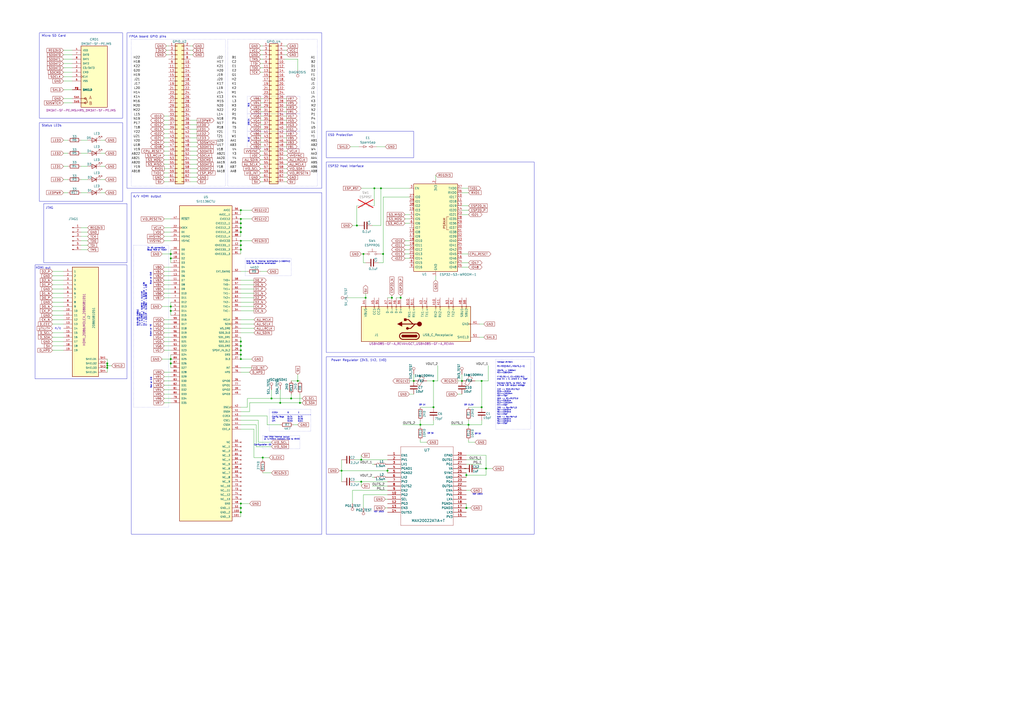
<source format=kicad_sch>
(kicad_sch (version 20231120) (generator "eeschema") (generator_version "8.0")
  (paper "A2")
  (title_block (title "Expansion Board B") (date "2023-05-07") (rev "1") (company "Engin Cilasun") (comment 1 "Expansion board for QMTECH A7-200T board"))
  (junction (at 227.33 172.72))
  (junction (at 279.4 220.98))
  (junction (at 139.7 200.66))
  (junction (at 139.7 127))
  (junction (at 139.7 132.08))
  (junction (at 209.55 266.7))
  (junction (at 99.06 210.82))
  (junction (at 198.12 273.05))
  (junction (at 139.7 121.92))
  (junction (at 271.78 246.38))
  (junction (at 267.97 220.98))
  (junction (at 168.91 231.14))
  (junction (at 139.7 139.7))
  (junction (at 99.06 149.86))
  (junction (at 162.56 233.68))
  (junction (at 173.99 233.68))
  (junction (at 139.7 294.64))
  (junction (at 139.7 203.2))
  (junction (at 220.98 109.22))
  (junction (at 207.01 130.81))
  (junction (at 243.84 246.38))
  (junction (at 172.72 220.98))
  (junction (at 99.06 177.8))
  (junction (at 240.03 220.98))
  (junction (at 222.25 147.32))
  (junction (at 99.06 147.32))
  (junction (at 157.48 231.14))
  (junction (at 139.7 292.1))
  (junction (at 279.4 236.22))
  (junction (at 217.17 109.22))
  (junction (at 232.41 172.72))
  (junction (at 210.82 147.32))
  (junction (at 139.7 129.54))
  (junction (at 281.94 271.78))
  (junction (at 152.4 265.43))
  (junction (at 139.7 134.62))
  (junction (at 139.7 297.18))
  (junction (at 139.7 208.28))
  (junction (at 209.55 279.4))
  (junction (at 62.23 213.36))
  (junction (at 62.23 210.82))
  (junction (at 99.06 180.34))
  (junction (at 99.06 208.28))
  (junction (at 270.51 275.59))
  (junction (at 251.46 236.22))
  (junction (at 139.7 205.74))
  (junction (at 212.09 172.72))
  (junction (at 139.7 142.24))
  (junction (at 224.79 273.05))
  (junction (at 139.7 144.78))
  (junction (at 62.23 212.09))
  (junction (at 139.7 198.12))
  (junction (at 251.46 220.98))
  (junction (at 270.51 294.64))
  (wire (pts (xy 30.48 203.2) (xy 36.83 203.2)))
  (wire (pts (xy 139.7 200.66) (xy 139.7 203.2)))
  (wire (pts (xy 99.06 149.86) (xy 99.06 152.4)))
  (wire (pts (xy 95.25 154.94) (xy 99.06 154.94)))
  (wire (pts (xy 209.55 279.4) (xy 224.79 279.4)))
  (wire (pts (xy 209.55 266.7) (xy 224.79 266.7)))
  (wire (pts (xy 58.42 88.9) (xy 60.96 88.9)))
  (wire (pts (xy 139.7 157.48) (xy 143.51 157.48)))
  (wire (pts (xy 95.25 137.16) (xy 99.06 137.16)))
  (wire (pts (xy 97.79 87.63) (xy 95.25 87.63)))
  (wire (pts (xy 95.25 190.5) (xy 99.06 190.5)))
  (wire (pts (xy 95.25 69.85) (xy 97.79 69.85)))
  (wire (pts (xy 95.25 77.47) (xy 97.79 77.47)))
  (wire (pts (xy 139.7 139.7) (xy 146.05 139.7)))
  (wire (pts (xy 151.13 41.91) (xy 152.4 41.91)))
  (wire (pts (xy 220.98 147.32) (xy 222.25 147.32)))
  (wire (pts (xy 229.87 172.72) (xy 232.41 172.72)))
  (wire (pts (xy 36.83 29.21) (xy 41.91 29.21)))
  (wire (pts (xy 93.98 147.32) (xy 99.06 147.32)))
  (wire (pts (xy 151.13 157.48) (xy 154.94 157.48)))
  (wire (pts (xy 30.48 175.26) (xy 36.83 175.26)))
  (wire (pts (xy 270.51 271.78) (xy 269.24 271.78)))
  (wire (pts (xy 217.17 109.22) (xy 217.17 119.38)))
  (wire (pts (xy 271.78 246.38) (xy 279.4 246.38)))
  (wire (pts (xy 217.17 109.22) (xy 220.98 109.22)))
  (wire (pts (xy 151.13 100.33) (xy 152.4 100.33)))
  (wire (pts (xy 36.83 88.9) (xy 39.37 88.9)))
  (wire (pts (xy 139.7 162.56) (xy 147.32 162.56)))
  (wire (pts (xy 95.25 157.48) (xy 99.06 157.48)))
  (wire (pts (xy 270.51 292.1) (xy 270.51 294.64)))
  (wire (pts (xy 139.7 167.64) (xy 147.32 167.64)))
  (wire (pts (xy 215.9 276.86) (xy 217.17 276.86)))
  (wire (pts (xy 212.09 170.18) (xy 212.09 172.72)))
  (wire (pts (xy 95.25 72.39) (xy 97.79 72.39)))
  (wire (pts (xy 162.56 233.68) (xy 173.99 233.68)))
  (wire (pts (xy 139.7 292.1) (xy 144.78 292.1)))
  (wire (pts (xy 283.21 220.98) (xy 279.4 220.98)))
  (wire (pts (xy 139.7 187.96) (xy 147.32 187.96)))
  (wire (pts (xy 220.98 109.22) (xy 220.98 130.81)))
  (wire (pts (xy 201.93 172.72) (xy 212.09 172.72)))
  (wire (pts (xy 30.48 177.8) (xy 36.83 177.8)))
  (wire (pts (xy 139.7 241.3) (xy 154.94 241.3)))
  (wire (pts (xy 198.12 266.7) (xy 198.12 273.05)))
  (wire (pts (xy 152.4 87.63) (xy 151.13 87.63)))
  (wire (pts (xy 205.74 279.4) (xy 209.55 279.4)))
  (wire (pts (xy 95.25 231.14) (xy 99.06 231.14)))
  (wire (pts (xy 204.47 130.81) (xy 207.01 130.81)))
  (wire (pts (xy 111.76 29.21) (xy 110.49 29.21)))
  (wire (pts (xy 97.79 92.71) (xy 95.25 92.71)))
  (wire (pts (xy 36.83 111.76) (xy 39.37 111.76)))
  (wire (pts (xy 110.49 95.25) (xy 114.3 95.25)))
  (wire (pts (xy 166.37 29.21) (xy 165.1 29.21)))
  (wire (pts (xy 154.94 241.3) (xy 154.94 246.38)))
  (wire (pts (xy 270.51 269.24) (xy 279.4 269.24)))
  (wire (pts (xy 267.97 109.22) (xy 271.78 109.22)))
  (wire (pts (xy 99.06 205.74) (xy 99.06 208.28)))
  (wire (pts (xy 139.7 180.34) (xy 147.32 180.34)))
  (wire (pts (xy 261.62 246.38) (xy 271.78 246.38)))
  (wire (pts (xy 97.79 29.21) (xy 96.52 29.21)))
  (wire (pts (xy 139.7 198.12) (xy 139.7 200.66)))
  (wire (pts (xy 152.4 29.21) (xy 151.13 29.21)))
  (wire (pts (xy 251.46 236.22) (xy 243.84 236.22)))
  (wire (pts (xy 210.82 294.64) (xy 210.82 287.02)))
  (wire (pts (xy 247.65 256.54) (xy 243.84 256.54)))
  (wire (pts (xy 152.4 67.31) (xy 151.13 67.31)))
  (wire (pts (xy 234.95 149.86) (xy 237.49 149.86)))
  (wire (pts (xy 46.99 137.16) (xy 50.8 137.16)))
  (wire (pts (xy 46.99 142.24) (xy 50.8 142.24)))
  (wire (pts (xy 95.25 187.96) (xy 99.06 187.96)))
  (wire (pts (xy 196.85 273.05) (xy 198.12 273.05)))
  (wire (pts (xy 114.3 102.87) (xy 110.49 102.87)))
  (wire (pts (xy 278.13 195.58) (xy 280.67 195.58)))
  (wire (pts (xy 166.37 31.75) (xy 165.1 31.75)))
  (wire (pts (xy 173.99 233.68) (xy 173.99 228.6)))
  (wire (pts (xy 144.78 233.68) (xy 144.78 238.76)))
  (wire (pts (xy 139.7 165.1) (xy 147.32 165.1)))
  (wire (pts (xy 151.13 97.79) (xy 152.4 97.79)))
  (wire (pts (xy 224.79 172.72) (xy 227.33 172.72)))
  (wire (pts (xy 95.25 185.42) (xy 99.06 185.42)))
  (wire (pts (xy 281.94 271.78) (xy 281.94 275.59)))
  (wire (pts (xy 30.48 200.66) (xy 36.83 200.66)))
  (wire (pts (xy 30.48 198.12) (xy 36.83 198.12)))
  (wire (pts (xy 58.42 96.52) (xy 60.96 96.52)))
  (wire (pts (xy 95.25 80.01) (xy 97.79 80.01)))
  (wire (pts (xy 147.32 265.43) (xy 152.4 265.43)))
  (wire (pts (xy 95.25 233.68) (xy 99.06 233.68)))
  (wire (pts (xy 151.13 34.29) (xy 152.4 34.29)))
  (wire (pts (xy 95.25 228.6) (xy 99.06 228.6)))
  (wire (pts (xy 58.42 104.14) (xy 60.96 104.14)))
  (wire (pts (xy 278.13 187.96) (xy 280.67 187.96)))
  (wire (pts (xy 207.01 119.38) (xy 207.01 130.81)))
  (wire (pts (xy 151.13 36.83) (xy 152.4 36.83)))
  (wire (pts (xy 265.43 228.6) (xy 267.97 228.6)))
  (wire (pts (xy 36.83 59.69) (xy 41.91 59.69)))
  (wire (pts (xy 139.7 294.64) (xy 139.7 297.18)))
  (wire (pts (xy 254 220.98) (xy 251.46 220.98)))
  (wire (pts (xy 46.99 132.08) (xy 50.8 132.08)))
  (wire (pts (xy 166.37 85.09) (xy 165.1 85.09)))
  (wire (pts (xy 157.48 231.14) (xy 168.91 231.14)))
  (wire (pts (xy 95.25 170.18) (xy 99.06 170.18)))
  (wire (pts (xy 219.71 152.4) (xy 222.25 152.4)))
  (wire (pts (xy 99.06 180.34) (xy 99.06 182.88)))
  (wire (pts (xy 233.68 246.38) (xy 243.84 246.38)))
  (wire (pts (xy 148.59 259.08) (xy 148.59 246.38)))
  (wire (pts (xy 114.3 80.01) (xy 110.49 80.01)))
  (wire (pts (xy 270.51 274.32) (xy 270.51 275.59)))
  (wire (pts (xy 168.91 228.6) (xy 168.91 231.14)))
  (wire (pts (xy 97.79 90.17) (xy 95.25 90.17)))
  (wire (pts (xy 271.78 236.22) (xy 279.4 236.22)))
  (wire (pts (xy 166.37 57.15) (xy 165.1 57.15)))
  (wire (pts (xy 139.7 215.9) (xy 144.78 215.9)))
  (wire (pts (xy 46.99 104.14) (xy 50.8 104.14)))
  (wire (pts (xy 209.55 147.32) (xy 210.82 147.32)))
  (wire (pts (xy 198.12 273.05) (xy 224.79 273.05)))
  (wire (pts (xy 30.48 170.18) (xy 36.83 170.18)))
  (wire (pts (xy 162.56 226.06) (xy 162.56 233.68)))
  (wire (pts (xy 114.3 105.41) (xy 110.49 105.41)))
  (wire (pts (xy 152.4 31.75) (xy 151.13 31.75)))
  (wire (pts (xy 95.25 193.04) (xy 99.06 193.04)))
  (wire (pts (xy 110.49 82.55) (xy 114.3 82.55)))
  (wire (pts (xy 265.43 220.98) (xy 267.97 220.98)))
  (wire (pts (xy 234.95 147.32) (xy 237.49 147.32)))
  (wire (pts (xy 222.25 152.4) (xy 222.25 147.32)))
  (wire (pts (xy 267.97 111.76) (xy 271.78 111.76)))
  (wire (pts (xy 166.37 74.93) (xy 165.1 74.93)))
  (wire (pts (xy 62.23 212.09) (xy 62.23 213.36)))
  (wire (pts (xy 36.83 81.28) (xy 39.37 81.28)))
  (wire (pts (xy 147.32 248.92) (xy 139.7 248.92)))
  (wire (pts (xy 139.7 132.08) (xy 139.7 134.62)))
  (wire (pts (xy 152.4 80.01) (xy 151.13 80.01)))
  (wire (pts (xy 203.2 85.09) (xy 208.28 85.09)))
  (wire (pts (xy 267.97 119.38) (xy 271.78 119.38)))
  (wire (pts (xy 110.49 97.79) (xy 114.3 97.79)))
  (wire (pts (xy 224.79 273.05) (xy 224.79 271.78)))
  (wire (pts (xy 207.01 130.81) (xy 208.28 130.81)))
  (wire (pts (xy 157.48 226.06) (xy 157.48 231.14)))
  (wire (pts (xy 152.4 90.17) (xy 151.13 90.17)))
  (wire (pts (xy 95.25 226.06) (xy 99.06 226.06)))
  (wire (pts (xy 114.3 74.93) (xy 110.49 74.93)))
  (wire (pts (xy 152.4 77.47) (xy 151.13 77.47)))
  (wire (pts (xy 152.4 59.69) (xy 151.13 59.69)))
  (wire (pts (xy 166.37 95.25) (xy 165.1 95.25)))
  (wire (pts (xy 166.37 105.41) (xy 165.1 105.41)))
  (wire (pts (xy 139.7 190.5) (xy 147.32 190.5)))
  (wire (pts (xy 152.4 74.93) (xy 151.13 74.93)))
  (wire (pts (xy 139.7 195.58) (xy 139.7 198.12)))
  (wire (pts (xy 168.91 220.98) (xy 172.72 220.98)))
  (wire (pts (xy 166.37 92.71) (xy 165.1 92.71)))
  (wire (pts (xy 154.94 246.38) (xy 162.56 246.38)))
  (wire (pts (xy 243.84 256.54) (xy 243.84 255.27)))
  (wire (pts (xy 149.86 256.54) (xy 157.48 256.54)))
  (wire (pts (xy 166.37 69.85) (xy 165.1 69.85)))
  (wire (pts (xy 139.7 121.92) (xy 146.05 121.92)))
  (wire (pts (xy 254 212.09) (xy 254 220.98)))
  (wire (pts (xy 36.83 41.91) (xy 41.91 41.91)))
  (wire (pts (xy 62.23 212.09) (xy 62.23 210.82)))
  (wire (pts (xy 237.49 228.6) (xy 240.03 228.6)))
  (wire (pts (xy 270.51 294.64) (xy 273.05 294.64)))
  (wire (pts (xy 30.48 167.64) (xy 36.83 167.64)))
  (wire (pts (xy 95.25 160.02) (xy 99.06 160.02)))
  (wire (pts (xy 97.79 95.25) (xy 95.25 95.25)))
  (wire (pts (xy 152.4 62.23) (xy 151.13 62.23)))
  (wire (pts (xy 30.48 157.48) (xy 36.83 157.48)))
  (wire (pts (xy 139.7 124.46) (xy 139.7 121.92)))
  (wire (pts (xy 267.97 154.94) (xy 271.78 154.94)))
  (wire (pts (xy 110.49 90.17) (xy 114.3 90.17)))
  (wire (pts (xy 139.7 172.72) (xy 147.32 172.72)))
  (wire (pts (xy 247.65 220.98) (xy 251.46 220.98)))
  (wire (pts (xy 149.86 243.84) (xy 139.7 243.84)))
  (wire (pts (xy 151.13 39.37) (xy 152.4 39.37)))
  (wire (pts (xy 30.48 162.56) (xy 36.83 162.56)))
  (wire (pts (xy 215.9 281.94) (xy 224.79 281.94)))
  (wire (pts (xy 166.37 62.23) (xy 165.1 62.23)))
  (wire (pts (xy 36.83 39.37) (xy 41.91 39.37)))
  (wire (pts (xy 157.48 274.32) (xy 152.4 274.32)))
  (wire (pts (xy 152.4 85.09) (xy 151.13 85.09)))
  (wire (pts (xy 252.73 160.02) (xy 252.73 162.56)))
  (wire (pts (xy 152.4 102.87) (xy 151.13 102.87)))
  (wire (pts (xy 275.59 220.98) (xy 279.4 220.98)))
  (wire (pts (xy 279.4 220.98) (xy 279.4 236.22)))
  (wire (pts (xy 143.51 236.22) (xy 139.7 236.22)))
  (wire (pts (xy 62.23 212.09) (xy 64.77 212.09)))
  (wire (pts (xy 172.72 40.64) (xy 172.72 34.29)))
  (wire (pts (xy 152.4 64.77) (xy 151.13 64.77)))
  (wire (pts (xy 30.48 180.34) (xy 36.83 180.34)))
  (wire (pts (xy 95.25 132.08) (xy 99.06 132.08)))
  (wire (pts (xy 95.25 67.31) (xy 97.79 67.31)))
  (wire (pts (xy 209.55 264.16) (xy 209.55 266.7)))
  (wire (pts (xy 97.79 26.67) (xy 96.52 26.67)))
  (wire (pts (xy 143.51 231.14) (xy 143.51 236.22)))
  (wire (pts (xy 175.26 233.68) (xy 173.99 233.68)))
  (wire (pts (xy 99.06 175.26) (xy 99.06 177.8)))
  (wire (pts (xy 147.32 265.43) (xy 147.32 248.92)))
  (wire (pts (xy 223.52 85.09) (xy 218.44 85.09)))
  (wire (pts (xy 281.94 271.78) (xy 285.75 271.78)))
  (wire (pts (xy 267.97 217.17) (xy 267.97 220.98)))
  (wire (pts (xy 270.51 264.16) (xy 281.94 264.16)))
  (wire (pts (xy 234.95 139.7) (xy 237.49 139.7)))
  (wire (pts (xy 139.7 208.28) (xy 146.05 208.28)))
  (wire (pts (xy 283.21 212.09) (xy 283.21 220.98)))
  (wire (pts (xy 275.59 256.54) (xy 271.78 256.54)))
  (wire (pts (xy 46.99 144.78) (xy 50.8 144.78)))
  (wire (pts (xy 95.25 195.58) (xy 99.06 195.58)))
  (wire (pts (xy 97.79 100.33) (xy 95.25 100.33)))
  (wire (pts (xy 46.99 88.9) (xy 50.8 88.9)))
  (wire (pts (xy 111.76 31.75) (xy 110.49 31.75)))
  (wire (pts (xy 95.25 200.66) (xy 99.06 200.66)))
  (wire (pts (xy 99.06 147.32) (xy 99.06 149.86)))
  (wire (pts (xy 243.84 246.38) (xy 243.84 247.65)))
  (wire (pts (xy 58.42 81.28) (xy 60.96 81.28)))
  (wire (pts (xy 152.4 72.39) (xy 151.13 72.39)))
  (wire (pts (xy 97.79 105.41) (xy 95.25 105.41)))
  (wire (pts (xy 149.86 256.54) (xy 149.86 243.84)))
  (wire (pts (xy 175.26 231.14) (xy 168.91 231.14)))
  (wire (pts (xy 243.84 246.38) (xy 251.46 246.38)))
  (wire (pts (xy 139.7 129.54) (xy 139.7 132.08)))
  (wire (pts (xy 166.37 72.39) (xy 165.1 72.39)))
  (wire (pts (xy 46.99 96.52) (xy 50.8 96.52)))
  (wire (pts (xy 152.4 57.15) (xy 151.13 57.15)))
  (wire (pts (xy 152.4 266.7) (xy 152.4 265.43)))
  (wire (pts (xy 30.48 165.1) (xy 36.83 165.1)))
  (wire (pts (xy 204.47 284.48) (xy 224.79 284.48)))
  (wire (pts (xy 139.7 203.2) (xy 139.7 205.74)))
  (wire (pts (xy 270.51 284.48) (xy 273.05 284.48)))
  (wire (pts (xy 114.3 72.39) (xy 110.49 72.39)))
  (wire (pts (xy 166.37 80.01) (xy 165.1 80.01)))
  (wire (pts (xy 36.83 96.52) (xy 39.37 96.52)))
  (wire (pts (xy 267.97 147.32) (xy 271.78 147.32)))
  (wire (pts (xy 220.98 109.22) (xy 237.49 109.22)))
  (wire (pts (xy 152.4 69.85) (xy 151.13 69.85)))
  (wire (pts (xy 270.51 266.7) (xy 279.4 266.7)))
  (wire (pts (xy 139.7 127) (xy 139.7 129.54)))
  (wire (pts (xy 210.82 152.4) (xy 210.82 147.32)))
  (wire (pts (xy 224.79 273.05) (xy 224.79 274.32)))
  (wire (pts (xy 139.7 144.78) (xy 139.7 147.32)))
  (wire (pts (xy 95.25 172.72) (xy 99.06 172.72)))
  (wire (pts (xy 95.25 198.12) (xy 99.06 198.12)))
  (wire (pts (xy 97.79 102.87) (xy 95.25 102.87)))
  (wire (pts (xy 143.51 231.14) (xy 157.48 231.14)))
  (wire (pts (xy 198.12 273.05) (xy 198.12 279.4)))
  (wire (pts (xy 30.48 160.02) (xy 36.83 160.02)))
  (wire (pts (xy 95.25 165.1) (xy 99.06 165.1)))
  (wire (pts (xy 222.25 114.3) (xy 237.49 114.3)))
  (wire (pts (xy 95.25 220.98) (xy 99.06 220.98)))
  (wire (pts (xy 281.94 264.16) (xy 281.94 271.78)))
  (wire (pts (xy 110.49 69.85) (xy 114.3 69.85)))
  (wire (pts (xy 139.7 213.36) (xy 146.05 213.36)))
  (wire (pts (xy 111.76 26.67) (xy 110.49 26.67)))
  (wire (pts (xy 36.83 52.07) (xy 41.91 52.07)))
  (wire (pts (xy 267.97 124.46) (xy 271.78 124.46)))
  (wire (pts (xy 234.95 127) (xy 237.49 127)))
  (wire (pts (xy 95.25 139.7) (xy 99.06 139.7)))
  (wire (pts (xy 139.7 205.74) (xy 139.7 208.28)))
  (wire (pts (xy 95.25 218.44) (xy 99.06 218.44)))
  (wire (pts (xy 139.7 127) (xy 146.05 127)))
  (wire (pts (xy 173.99 220.98) (xy 172.72 220.98)))
  (wire (pts (xy 223.52 289.56) (xy 224.79 289.56)))
  (wire (pts (xy 166.37 59.69) (xy 165.1 59.69)))
  (wire (pts (xy 139.7 193.04) (xy 147.32 193.04)))
  (wire (pts (xy 166.37 82.55) (xy 165.1 82.55)))
  (wire (pts (xy 215.9 269.24) (xy 217.17 269.24)))
  (wire (pts (xy 172.72 217.17) (xy 172.72 220.98)))
  (wire (pts (xy 46.99 81.28) (xy 50.8 81.28)))
  (wire (pts (xy 222.25 114.3) (xy 222.25 147.32)))
  (wire (pts (xy 95.25 223.52) (xy 99.06 223.52)))
  (wire (pts (xy 30.48 187.96) (xy 36.83 187.96)))
  (wire (pts (xy 170.18 246.38) (xy 172.72 246.38)))
  (wire (pts (xy 93.98 177.8) (xy 99.06 177.8)))
  (wire (pts (xy 232.41 171.45) (xy 232.41 172.72)))
  (wire (pts (xy 165.1 100.33) (xy 166.37 100.33)))
  (wire (pts (xy 95.25 134.62) (xy 99.06 134.62)))
  (wire (pts (xy 166.37 26.67) (xy 165.1 26.67)))
  (wire (pts (xy 139.7 297.18) (xy 139.7 299.72)))
  (wire (pts (xy 95.25 85.09) (xy 97.79 85.09)))
  (wire (pts (xy 234.95 142.24) (xy 237.49 142.24)))
  (wire (pts (xy 30.48 185.42) (xy 36.83 185.42)))
  (wire (pts (xy 165.1 97.79) (xy 166.37 97.79)))
  (wire (pts (xy 58.42 111.76) (xy 60.96 111.76)))
  (wire (pts (xy 95.25 127) (xy 99.06 127)))
  (wire (pts (xy 139.7 177.8) (xy 147.32 177.8)))
  (wire (pts (xy 271.78 243.84) (xy 271.78 246.38)))
  (wire (pts (xy 62.23 210.82) (xy 62.23 208.28)))
  (wire (pts (xy 209.55 109.22) (xy 217.17 109.22)))
  (wire (pts (xy 212.09 152.4) (xy 210.82 152.4)))
  (wire (pts (xy 46.99 134.62) (xy 50.8 134.62)))
  (wire (pts (xy 139.7 139.7) (xy 139.7 142.24)))
  (wire (pts (xy 99.06 177.8) (xy 99.06 180.34)))
  (wire (pts (xy 99.06 210.82) (xy 99.06 213.36)))
  (wire (pts (xy 36.83 44.45) (xy 41.91 44.45)))
  (wire (pts (xy 36.83 36.83) (xy 41.91 36.83)))
  (wire (pts (xy 110.49 85.09) (xy 114.3 85.09)))
  (wire (pts (xy 237.49 220.98) (xy 240.03 220.98)))
  (wire (pts (xy 270.51 275.59) (xy 270.51 276.86)))
  (wire (pts (xy 166.37 64.77) (xy 165.1 64.77)))
  (wire (pts (xy 166.37 102.87) (xy 165.1 102.87)))
  (wire (pts (xy 276.86 271.78) (xy 281.94 271.78)))
  (wire (pts (xy 46.99 139.7) (xy 50.8 139.7)))
  (wire (pts (xy 267.97 152.4) (xy 271.78 152.4)))
  (wire (pts (xy 114.3 100.33) (xy 110.49 100.33)))
  (wire (pts (xy 166.37 67.31) (xy 165.1 67.31)))
  (wire (pts (xy 234.95 124.46) (xy 237.49 124.46)))
  (wire (pts (xy 172.72 34.29) (xy 165.1 34.29)))
  (wire (pts (xy 271.78 256.54) (xy 271.78 255.27)))
  (wire (pts (xy 95.25 203.2) (xy 99.06 203.2)))
  (wire (pts (xy 152.4 82.55) (xy 151.13 82.55)))
  (wire (pts (xy 204.47 292.1) (xy 204.47 284.48)))
  (wire (pts (xy 251.46 246.38) (xy 251.46 243.84)))
  (wire (pts (xy 227.33 171.45) (xy 227.33 172.72)))
  (wire (pts (xy 148.59 246.38) (xy 139.7 246.38)))
  (wire (pts (xy 30.48 182.88) (xy 36.83 182.88)))
  (wire (pts (xy 139.7 185.42) (xy 147.32 185.42)))
  (wire (pts (xy 139.7 142.24) (xy 139.7 144.78)))
  (wire (pts (xy 139.7 292.1) (xy 139.7 294.64)))
  (wire (pts (xy 36.83 31.75) (xy 41.91 31.75)))
  (wire (pts (xy 139.7 134.62) (xy 139.7 137.16)))
  (wire (pts (xy 139.7 175.26) (xy 147.32 175.26)))
  (wire (pts (xy 152.4 95.25) (xy 151.13 95.25)))
  (wire (pts (xy 30.48 195.58) (xy 36.83 195.58)))
  (wire (pts (xy 271.78 246.38) (xy 271.78 247.65)))
  (wire (pts (xy 166.37 87.63) (xy 165.1 87.63)))
  (wire (pts (xy 152.4 265.43) (xy 156.21 265.43)))
  (wire (pts (xy 30.48 172.72) (xy 36.83 172.72)))
  (wire (pts (xy 252.73 101.6) (xy 252.73 104.14)))
  (wire (pts (xy 139.7 170.18) (xy 147.32 170.18)))
  (wire (pts (xy 166.37 90.17) (xy 165.1 90.17)))
  (wire (pts (xy 148.59 259.08) (xy 157.48 259.08)))
  (wire (pts (xy 46.99 111.76) (xy 50.8 111.76)))
  (wire (pts (xy 144.78 238.76) (xy 139.7 238.76)))
  (wire (pts (xy 36.83 46.99) (xy 41.91 46.99)))
  (wire (pts (xy 99.06 144.78) (xy 99.06 147.32)))
  (wire (pts (xy 36.83 57.15) (xy 41.91 57.15)))
  (wire (pts (xy 251.46 220.98) (xy 251.46 236.22)))
  (wire (pts (xy 270.51 275.59) (xy 281.94 275.59)))
  (wire (pts (xy 95.25 167.64) (xy 99.06 167.64)))
  (wire (pts (xy 95.25 162.56) (xy 99.06 162.56)))
  (wire (pts (xy 144.78 233.68) (xy 162.56 233.68)))
  (wire (pts (xy 95.25 74.93) (xy 97.79 74.93)))
  (wire (pts (xy 279.4 246.38) (xy 279.4 243.84)))
  (wire (pts (xy 97.79 31.75) (xy 96.52 31.75)))
  (wire (pts (xy 95.25 215.9) (xy 99.06 215.9)))
  (wire (pts (xy 240.03 217.17) (xy 240.03 220.98)))
  (wire (pts (xy 234.95 129.54) (xy 237.49 129.54)))
  (wire (pts (xy 99.06 208.28) (xy 99.06 210.82)))
  (wire (pts (xy 97.79 97.79) (xy 95.25 97.79)))
  (wire (pts (xy 205.74 266.7) (xy 209.55 266.7)))
  (wire (pts (xy 152.4 26.67) (xy 151.13 26.67)))
  (wire (pts (xy 210.82 287.02) (xy 224.79 287.02)))
  (wire (pts (xy 243.84 246.38) (xy 243.84 243.84)))
  (wire (pts (xy 62.23 213.36) (xy 62.23 215.9)))
  (wire (pts (xy 152.4 105.41) (xy 151.13 105.41)))
  (wire (pts (xy 95.25 82.55) (xy 97.79 82.55)))
  (wire (pts (xy 215.9 130.81) (xy 220.98 130.81)))
  (wire (pts (xy 36.83 104.14) (xy 39.37 104.14)))
  (wire (pts (xy 110.49 87.63) (xy 114.3 87.63)))
  (wire (pts (xy 209.55 279.4) (xy 209.55 281.94)))
  (wire (pts (xy 93.98 208.28) (xy 99.06 208.28)))
  (wire (pts (xy 152.4 92.71) (xy 151.13 92.71)))
  (wire (pts (xy 166.37 77.47) (xy 165.1 77.47)))
  (wire (pts (xy 223.52 294.64) (xy 224.79 294.64)))
  (wire (pts (xy 267.97 121.92) (xy 271.78 121.92)))
  (wire (pts (xy 36.83 34.29) (xy 41.91 34.29)))
  (wire (pts (xy 110.49 92.71) (xy 114.3 92.71)))
  (wire (pts (xy 114.3 77.47) (xy 110.49 77.47)))
  (wire (pts (xy 234.95 144.78) (xy 237.49 144.78)))
  (wire (pts (xy 30.48 193.04) (xy 36.83 193.04)))
  (rectangle (start 76.2 111.76) (end 186.69 309.88))
  (rectangle (start 189.23 93.98) (end 309.88 204.47))
  (rectangle (start 189.23 207.01) (end 309.88 309.88))
  (rectangle (start 76.2 22.86) (end 130.81 107.95) (stroke (width 0) (type dot)))
  (rectangle (start 22.86 19.05) (end 71.12 68.58))
  (rectangle (start 20.32 153.67) (end 73.66 219.71))
  (rectangle (start 77.47 142.24) (end 97.79 236.22) (stroke (width 0) (type dot)))
  (rectangle (start 152.4 252.73) (end 173.99 260.35) (stroke (width 0) (type dot)))
  (rectangle (start 132.08 22.86) (end 184.15 107.95) (stroke (width 0) (type dot)))
  (rectangle (start 143.51 55.88) (end 173.99 66.04) (stroke (width 0) (type dot)))
  (rectangle (start 189.23 76.2) (end 240.03 91.44))
  (rectangle (start 22.86 71.12) (end 71.12 116.84))
  (rectangle (start 143.51 76.2) (end 173.99 86.36) (stroke (width 0) (type dot)))
  (rectangle (start 142.24 149.86) (end 168.91 160.02) (stroke (width 0) (type dot)))
  (rectangle (start 73.66 19.05) (end 186.69 109.22))
  (rectangle (start 25.4 118.11) (end 73.66 152.4))
  (rectangle (start 156.21 237.49) (end 180.34 250.19) (stroke (width 0) (type dot)))
  (rectangle (start 143.51 66.04) (end 173.99 76.2) (stroke (width 0) (type dot)))
  (rectangle (start 287.528 208.28) (end 307.848 248.92) (stroke (width 0) (type dot)))
  (text "5V0 -> Ra=Rb*4.0\nRa==40KOhm\nRb==10KOhm\nCa==15pF" (at 288.29 243.84 0) (effects (font (size 0.762 0.762)) (justify left)))
  (text "5K6 for no internal termination (<165MHz)\n4K02 for internal termination" (at 142.748 153.416 0) (effects (font (size 0.762 0.762)) (justify left bottom)))
  (text "3V3 -> R1=R12*2.3\nR1==23KOhm\nR12==10KOhm\nC1==15pF" (at 288.29 233.172 0) (effects (font (size 0.762 0.762)) (justify left)))
  (text "OR 1K" (at 243.078 234.95 0) (effects (font (size 0.762 0.762)) (justify left)))
  (text "Configuration I2C" (at 147.32 258.572 0) (effects (font (size 0.762 0.762)) (justify left bottom)))
  (text "ESD Protection" (at 190.246 79.248 0) (effects (font (size 1.27 1.27)) (justify left bottom)))
  (text "JTAG" (at 26.416 121.412 0) (effects (font (size 1.27 1.27)) (justify left bottom)))
  (text "GREEN" (at 144.272 72.898 90) (effects (font (size 0.762 0.762)) (justify left)))
  (text "HDMI out" (at 20.574 156.21 0) (effects (font (size 1.27 1.27)) (justify left bottom)))
  (text "n/c" (at 31.75 191.262 0) (effects (font (size 1.27 1.27)) (justify left bottom)))
  (text "FPGA board GPIO pins" (at 74.93 22.098 0) (effects (font (size 1.27 1.27)) (justify left bottom)))
  (text "OR 5K" (at 247.904 251.46 0) (effects (font (size 0.762 0.762)) (justify left)))
  (text "Micro SD Card" (at 24.13 21.59 0) (effects (font (size 1.27 1.27)) (justify left bottom)))
  (text "NOT USED" (at 222.758 296.926 0) (effects (font (size 0.762 0.762)) (justify right)))
  (text "Voltage divider:\n\nR1=R2((VOUT_/VOUTS_)−1)\n\nVOUTS_ = 1000mV\nR2<=100KOhm\n\nIf R2/R1>1, C1=C(R2/R1)\nelse C1 = C, where C = 15pF\n\nConnect OUTS_ to VOUT_ for\na fixed 1.0V output voltage" (at 288.29 216.916 0) (effects (font (size 0.762 0.762)) (justify left)))
  (text "OR 5K" (at 275.336 251.714 0) (effects (font (size 0.762 0.762)) (justify left)))
  (text "A/V HDMI output" (at 77.216 114.808 0) (effects (font (size 1.27 1.27)) (justify left bottom)))
  (text "24 bit connection\n8bpp RGB or YCbCr" (at 85.344 145.542 0) (effects (font (size 0.762 0.762)) (justify left bottom)))
  (text "BLUE" (at 144.272 82.55 90) (effects (font (size 0.762 0.762)) (justify left)))
  (text "NOT USED" (at 274.066 286.766 0) (effects (font (size 0.762 0.762)) (justify left)))
  (text "2V5 -> Ra=Rb*1.5\nRa==15KOhm\nRb==10KOhm\nCa==15pF" (at 288.29 238.506 0) (effects (font (size 0.762 0.762)) (justify left)))
  (text "1V2 -> R10=R11*0.2\nR10==2KOhm\nR11==10KOhm\nC6==75pF" (at 288.29 227.838 0) (effects (font (size 0.762 0.762)) (justify left)))
  (text "Green or Y0" (at 87.884 195.326 90) (effects (font (size 0.762 0.762)) (justify left bottom)))
  (text "Status LEDs" (at 24.13 73.66 0) (effects (font (size 1.27 1.27)) (justify left bottom)))
  (text "ESP32 Host Interface" (at 190.246 97.282 0) (effects (font (size 1.27 1.27)) (justify left bottom)))
  (text "640x480 (480p)\nITU-R BT.601\nY = 0.299R′ + 0.587G′ + 0.114B′ \nCb = –0.172R′ – 0.339G′ + 0.511B′ + 128 \nCr = 0.511R′ – 0.428G′ – 0.083B′ + 128" (at 82.296 189.23 90) (effects (font (size 0.762 0.762)) (justify left)))
  (text "Blue or Cb0" (at 87.884 165.1 90) (effects (font (size 0.762 0.762)) (justify left bottom)))
  (text "OR 11.5K" (at 269.24 234.95 0) (effects (font (size 0.762 0.762)) (justify left)))
  (text "Use FPGA internal pullup\nor 4.7KOhm resistors tied to IOVCC" (at 153.162 255.27 0) (effects (font (size 0.762 0.762)) (justify left bottom)))
  (text "CI2CA		0		1\n------------------------\nConfig Regs	0x7A	0x7E\nTPI			0x72	0x76\nCPI			0xC0	0xC4\n" (at 157.734 244.856 0) (effects (font (size 0.762 0.762)) (justify left bottom)))
  (text "RED" (at 144.272 62.23 90) (effects (font (size 0.762 0.762)) (justify left)))
  (text "Power Regulator (3V3, 1V2, 1V0)" (at 192.024 209.804 0) (effects (font (size 1.27 1.27)) (justify left bottom)))
  (text "Red or Cr0" (at 88.138 225.298 90) (effects (font (size 0.762 0.762)) (justify left bottom)))
  (label "V18" (at 125.73 87.63 0))
  (label "G20" (at 81.28 41.91 180))
  (label "T21" (at 125.73 80.01 0))
  (label "J20" (at 125.73 46.99 0))
  (label "U1" (at 180.34 77.47 0))
  (label "AA20" (at 125.73 92.71 0))
  (label "Y19" (at 81.28 97.79 180))
  (label "M2" (at 180.34 62.23 0))
  (label "G1" (at 137.16 44.45 180))
  (label "AB18" (at 81.28 100.33 180))
  (label "H14" (at 81.28 54.61 180))
  (label "T5" (at 137.16 74.93 180))
  (label "H19" (at 81.28 44.45 180))
  (label "AB21" (at 81.28 92.71 180))
  (label "V20" (at 81.28 82.55 180))
  (label "VOUT_1" (at 283.21 212.09 180))
  (label "Y18" (at 125.73 97.79 0))
  (label "AB8" (at 180.34 100.33 0))
  (label "K14" (at 81.28 57.15 180))
  (label "J14" (at 125.73 54.61 0))
  (label "AB3" (at 137.16 85.09 180))
  (label "AB5" (at 180.34 95.25 0))
  (label "AB22" (at 81.28 90.17 180))
  (label "R4" (at 137.16 72.39 180))
  (label "T4" (at 180.34 72.39 0))
  (label "M16" (at 81.28 59.69 180))
  (label "VOUT_2" (at 254 212.09 180))
  (label "M20" (at 81.28 62.23 180))
  (label "AB20" (at 81.28 95.25 180))
  (label "OUTS_1" (at 279.4 266.7 180))
  (label "J17" (at 81.28 49.53 180))
  (label "PG_1" (at 218.44 284.48 0))
  (label "M3" (at 137.16 62.23 180))
  (label "D1" (at 180.34 39.37 0))
  (label "AA4" (at 180.34 92.71 0))
  (label "L14" (at 125.73 67.31 0))
  (label "L20" (at 81.28 52.07 180))
  (label "AA19" (at 125.73 95.25 0))
  (label "E2" (at 137.16 41.91 180))
  (label "M22" (at 81.28 64.77 180))
  (label "AB6" (at 180.34 97.79 0))
  (label "R18" (at 125.73 74.93 0))
  (label "B2" (at 180.34 36.83 0))
  (label "W4" (at 180.34 87.63 0))
  (label "P4" (at 180.34 69.85 0))
  (label "J21" (at 81.28 46.99 180))
  (label "B1" (at 137.16 34.29 180))
  (label "AB21" (at 125.73 90.17 0))
  (label "C2" (at 137.16 36.83 180))
  (label "VOUT_2" (at 215.9 276.86 180))
  (label "H2" (at 137.16 46.99 180))
  (label "AB2" (at 180.34 85.09 0))
  (label "Y4" (at 137.16 92.71 180))
  (label "U20" (at 125.73 82.55 0))
  (label "D2" (at 180.34 41.91 0))
  (label "N17" (at 125.73 72.39 0))
  (label "AB1" (at 180.34 82.55 0))
  (label "N22" (at 125.73 64.77 0))
  (label "K21" (at 125.73 39.37 0))
  (label "AB7" (at 137.16 97.79 180))
  (label "A1" (at 180.34 34.29 0))
  (label "U18" (at 81.28 85.09 180))
  (label "VOUT_1" (at 215.9 269.24 180))
  (label "H17" (at 125.73 36.83 0))
  (label "L19" (at 125.73 52.07 0))
  (label "K2" (at 137.16 52.07 180))
  (label "OUTS_2" (at 233.68 246.38 0))
  (label "N2" (at 180.34 64.77 0))
  (label "PG_1" (at 279.4 269.24 180))
  (label "AA3" (at 180.34 90.17 0))
  (label "T1" (at 137.16 77.47 180))
  (label "OUTS_2" (at 215.9 281.94 0))
  (label "J1" (at 180.34 49.53 0))
  (label "K13" (at 125.73 57.15 0))
  (label "T18" (at 81.28 74.93 180))
  (label "Y3" (at 137.16 90.17 180))
  (label "P5" (at 137.16 69.85 180))
  (label "V19" (at 81.28 87.63 180))
  (label "E1" (at 137.16 39.37 180))
  (label "U17" (at 125.73 85.09 0))
  (label "K3" (at 180.34 59.69 0))
  (label "U5" (at 180.34 74.93 0))
  (label "N19" (at 81.28 69.85 180))
  (label "N20" (at 125.73 62.23 0))
  (label "Y22" (at 81.28 77.47 180))
  (label "F1" (at 180.34 44.45 0))
  (label "AA1" (at 137.16 82.55 180))
  (label "H22" (at 81.28 34.29 180))
  (label "K22" (at 81.28 39.37 180))
  (label "J4" (at 180.34 57.15 0))
  (label "W1" (at 137.16 80.01 180))
  (label "AA5" (at 137.16 95.25 180))
  (label "M15" (at 125.73 59.69 0))
  (label "H18" (at 81.28 36.83 180))
  (label "R1" (at 137.16 67.31 180))
  (label "P1" (at 180.34 67.31 0))
  (label "N18" (at 125.73 69.85 0))
  (label "AA8" (at 137.16 100.33 180))
  (label "Y1" (at 180.34 80.01 0))
  (label "J22" (at 125.73 34.29 0))
  (label "M1" (at 137.16 54.61 180))
  (label "U21" (at 81.28 80.01 180))
  (label "J2" (at 180.34 52.07 0))
  (label "H20" (at 125.73 41.91 0))
  (label "L15" (at 81.28 67.31 180))
  (label "K1" (at 137.16 49.53 180))
  (label "K17" (at 125.73 49.53 0))
  (label "K4" (at 137.16 57.15 180))
  (label "P17" (at 81.28 72.39 180))
  (label "P2" (at 137.16 64.77 180))
  (label "L3" (at 137.16 59.69 180))
  (label "AA18" (at 125.73 100.33 0))
  (label "G2" (at 180.34 46.99 0))
  (label "J19" (at 125.73 44.45 0))
  (label "Y21" (at 125.73 77.47 0))
  (label "L1" (at 180.34 54.61 0))
  (label "V4" (at 137.16 87.63 180))
  (label "OUTS_1" (at 261.62 246.38 0))
  (global_label "IO13" (shape bidirectional) (at 234.95 147.32 180) (property "Intersheetrefs" "${INTERSHEET_REFS}" (effects (hide yes))))
  (global_label "IO47" (shape bidirectional) (at 95.25 82.55 180) (property "Intersheetrefs" "${INTERSHEET_REFS}" (effects (hide yes))))
  (global_label "GND" (shape input) (at 196.85 273.05 180) (property "Intersheetrefs" "${INTERSHEET_REFS}" (effects (hide yes))))
  (global_label "D2_N" (shape output) (at 147.32 175.26 0) (property "Intersheetrefs" "${INTERSHEET_REFS}" (effects (hide yes))))
  (global_label "VB2" (shape input) (at 95.25 160.02 180) (property "Intersheetrefs" "${INTERSHEET_REFS}" (effects (hide yes))))
  (global_label "ESP2D_N" (shape input) (at 271.78 119.38 0) (property "Intersheetrefs" "${INTERSHEET_REFS}" (effects (hide yes))))
  (global_label "RXD1" (shape input) (at 271.78 111.76 0) (property "Intersheetrefs" "${INTERSHEET_REFS}" (effects (hide yes))))
  (global_label "GND" (shape input) (at 50.8 134.62 0) (property "Intersheetrefs" "${INTERSHEET_REFS}" (effects (hide yes))))
  (global_label "SDCMD" (shape input) (at 36.83 41.91 180) (property "Intersheetrefs" "${INTERSHEET_REFS}" (effects (hide yes))))
  (global_label "D2_P" (shape output) (at 147.32 172.72 0) (property "Intersheetrefs" "${INTERSHEET_REFS}" (effects (hide yes))))
  (global_label "5V" (shape output) (at 212.09 170.18 90) (property "Intersheetrefs" "${INTERSHEET_REFS}" (effects (hide yes))))
  (global_label "ESP2D_P" (shape input) (at 232.41 171.45 90) (property "Intersheetrefs" "${INTERSHEET_REFS}" (effects (hide yes))))
  (global_label "GND" (shape input) (at 60.96 81.28 0) (property "Intersheetrefs" "${INTERSHEET_REFS}" (effects (hide yes))))
  (global_label "VB6" (shape output) (at 151.13 77.47 180) (property "Intersheetrefs" "${INTERSHEET_REFS}" (effects (hide yes))))
  (global_label "VG3" (shape input) (at 95.25 193.04 180) (property "Intersheetrefs" "${INTERSHEET_REFS}" (effects (hide yes))))
  (global_label "SDDAT3" (shape input) (at 36.83 39.37 180) (property "Intersheetrefs" "${INTERSHEET_REFS}" (effects (hide yes))))
  (global_label "SDCLK" (shape input) (at 36.83 44.45 180) (property "Intersheetrefs" "${INTERSHEET_REFS}" (effects (hide yes))))
  (global_label "VR6" (shape input) (at 95.25 231.14 180) (property "Intersheetrefs" "${INTERSHEET_REFS}" (effects (hide yes))))
  (global_label "VR4" (shape output) (at 151.13 59.69 180) (property "Intersheetrefs" "${INTERSHEET_REFS}" (effects (hide yes))))
  (global_label "AU_SCLK" (shape input) (at 147.32 187.96 0) (property "Intersheetrefs" "${INTERSHEET_REFS}" (effects (hide yes))))
  (global_label "AU_LRCLK" (shape input) (at 166.37 92.71 0) (property "Intersheetrefs" "${INTERSHEET_REFS}" (effects (hide yes))))
  (global_label "GND" (shape input) (at 30.48 182.88 180) (property "Intersheetrefs" "${INTERSHEET_REFS}" (effects (hide yes))))
  (global_label "VCC" (shape input) (at 151.13 29.21 180) (property "Intersheetrefs" "${INTERSHEET_REFS}" (effects (hide yes))))
  (global_label "SHLD" (shape input) (at 203.2 85.09 180) (property "Intersheetrefs" "${INTERSHEET_REFS}" (effects (hide yes))))
  (global_label "VR7" (shape output) (at 166.37 57.15 0) (property "Intersheetrefs" "${INTERSHEET_REFS}" (effects (hide yes))))
  (global_label "5V" (shape input) (at 30.48 200.66 180) (property "Intersheetrefs" "${INTERSHEET_REFS}" (effects (hide yes))))
  (global_label "GND" (shape input) (at 93.98 177.8 180) (property "Intersheetrefs" "${INTERSHEET_REFS}" (effects (hide yes))))
  (global_label "LED2" (shape output) (at 114.3 77.47 0) (property "Intersheetrefs" "${INTERSHEET_REFS}" (effects (hide yes))))
  (global_label "CPU_RESET" (shape input) (at 95.25 87.63 180) (property "Intersheetrefs" "${INTERSHEET_REFS}" (effects (hide yes))))
  (global_label "TMS" (shape input) (at 151.13 34.29 180) (property "Intersheetrefs" "${INTERSHEET_REFS}" (effects (hide yes))))
  (global_label "3V3" (shape input) (at 111.76 29.21 0) (property "Intersheetrefs" "${INTERSHEET_REFS}" (effects (hide yes))))
  (global_label "GND" (shape input) (at 30.48 175.26 180) (property "Intersheetrefs" "${INTERSHEET_REFS}" (effects (hide yes))))
  (global_label "GND" (shape input) (at 237.49 228.6 180) (property "Intersheetrefs" "${INTERSHEET_REFS}" (effects (hide yes))))
  (global_label "REG1V2" (shape input) (at 146.05 121.92 0) (property "Intersheetrefs" "${INTERSHEET_REFS}" (effects (hide yes))))
  (global_label "VDE" (shape input) (at 151.13 90.17 180) (property "Intersheetrefs" "${INTERSHEET_REFS}" (effects (hide yes))))
  (global_label "GND" (shape input) (at 223.52 289.56 180) (property "Intersheetrefs" "${INTERSHEET_REFS}" (effects (hide yes))))
  (global_label "VHSYNC" (shape input) (at 95.25 137.16 180) (property "Intersheetrefs" "${INTERSHEET_REFS}" (effects (hide yes))))
  (global_label "5V" (shape input) (at 209.55 264.16 0) (property "Intersheetrefs" "${INTERSHEET_REFS}" (effects (hide yes))))
  (global_label "VB1" (shape output) (at 166.37 85.09 0) (property "Intersheetrefs" "${INTERSHEET_REFS}" (effects (hide yes))))
  (global_label "IO48" (shape bidirectional) (at 271.78 154.94 0) (property "Intersheetrefs" "${INTERSHEET_REFS}" (effects (hide yes))))
  (global_label "GND" (shape input) (at 154.94 157.48 0) (property "Intersheetrefs" "${INTERSHEET_REFS}" (effects (hide yes))))
  (global_label "GND" (shape input) (at 93.98 147.32 180) (property "Intersheetrefs" "${INTERSHEET_REFS}" (effects (hide yes))))
  (global_label "VR4" (shape input) (at 95.25 226.06 180) (property "Intersheetrefs" "${INTERSHEET_REFS}" (effects (hide yes))))
  (global_label "GND" (shape input) (at 223.52 85.09 0) (property "Intersheetrefs" "${INTERSHEET_REFS}" (effects (hide yes))))
  (global_label "D_SCL" (shape input) (at 30.48 193.04 180) (property "Intersheetrefs" "${INTERSHEET_REFS}" (effects (hide yes))))
  (global_label "VR6" (shape output) (at 151.13 57.15 180) (property "Intersheetrefs" "${INTERSHEET_REFS}" (effects (hide yes))))
  (global_label "S3_MISO" (shape input) (at 95.25 95.25 180) (property "Intersheetrefs" "${INTERSHEET_REFS}" (effects (hide yes))))
  (global_label "GND" (shape input) (at 30.48 160.02 180) (property "Intersheetrefs" "${INTERSHEET_REFS}" (effects (hide yes))))
  (global_label "GND" (shape input) (at 60.96 111.76 0) (property "Intersheetrefs" "${INTERSHEET_REFS}" (effects (hide yes))))
  (global_label "VR3" (shape output) (at 166.37 62.23 0) (property "Intersheetrefs" "${INTERSHEET_REFS}" (effects (hide yes))))
  (global_label "D1_P" (shape input) (at 30.48 165.1 180) (property "Intersheetrefs" "${INTERSHEET_REFS}" (effects (hide yes))))
  (global_label "VB0" (shape input) (at 95.25 154.94 180) (property "Intersheetrefs" "${INTERSHEET_REFS}" (effects (hide yes))))
  (global_label "VG3" (shape output) (at 166.37 72.39 0) (property "Intersheetrefs" "${INTERSHEET_REFS}" (effects (hide yes))))
  (global_label "VID_RESETN" (shape input) (at 95.25 127 180) (property "Intersheetrefs" "${INTERSHEET_REFS}" (effects (hide yes))))
  (global_label "VB7" (shape input) (at 95.25 172.72 180) (property "Intersheetrefs" "${INTERSHEET_REFS}" (effects (hide yes))))
  (global_label "SDSWTCH" (shape input) (at 36.83 59.69 180) (property "Intersheetrefs" "${INTERSHEET_REFS}" (effects (hide yes))))
  (global_label "GND" (shape input) (at 265.43 228.6 180) (property "Intersheetrefs" "${INTERSHEET_REFS}" (effects (hide yes))))
  (global_label "SDDAT2" (shape input) (at 114.3 97.79 0) (property "Intersheetrefs" "${INTERSHEET_REFS}" (effects (hide yes))))
  (global_label "GND" (shape input) (at 146.05 208.28 0) (property "Intersheetrefs" "${INTERSHEET_REFS}" (effects (hide yes))))
  (global_label "D_SDA" (shape input) (at 30.48 195.58 180) (property "Intersheetrefs" "${INTERSHEET_REFS}" (effects (hide yes))))
  (global_label "VR7" (shape input) (at 95.25 233.68 180) (property "Intersheetrefs" "${INTERSHEET_REFS}" (effects (hide yes))))
  (global_label "VID_SDA" (shape input) (at 166.37 97.79 0) (property "Intersheetrefs" "${INTERSHEET_REFS}" (effects (hide yes))))
  (global_label "VID_INT" (shape input) (at 151.13 100.33 180) (property "Intersheetrefs" "${INTERSHEET_REFS}" (effects (hide yes))))
  (global_label "ESP_RST" (shape input) (at 114.3 100.33 0) (property "Intersheetrefs" "${INTERSHEET_REFS}" (effects (hide yes))))
  (global_label "VG2" (shape input) (at 95.25 190.5 180) (property "Intersheetrefs" "${INTERSHEET_REFS}" (effects (hide yes))))
  (global_label "D_HPD" (shape input) (at 30.48 203.2 180) (property "Intersheetrefs" "${INTERSHEET_REFS}" (effects (hide yes))))
  (global_label "REG3V3" (shape input) (at 252.73 101.6 0) (property "Intersheetrefs" "${INTERSHEET_REFS}" (effects (hide yes))))
  (global_label "AU_SCLK" (shape input) (at 151.13 95.25 180) (property "Intersheetrefs" "${INTERSHEET_REFS}" (effects (hide yes))))
  (global_label "SDSWTCH" (shape input) (at 114.3 82.55 0) (property "Intersheetrefs" "${INTERSHEET_REFS}" (effects (hide yes))))
  (global_label "VR1" (shape output) (at 166.37 64.77 0) (property "Intersheetrefs" "${INTERSHEET_REFS}" (effects (hide yes))))
  (global_label "IO12" (shape bidirectional) (at 234.95 144.78 180) (property "Intersheetrefs" "${INTERSHEET_REFS}" (effects (hide yes))))
  (global_label "5V" (shape input) (at 95.25 105.41 180) (property "Intersheetrefs" "${INTERSHEET_REFS}" (effects (hide yes))))
  (global_label "GND" (shape input) (at 209.55 147.32 180) (property "Intersheetrefs" "${INTERSHEET_REFS}" (effects (hide yes))))
  (global_label "VG2" (shape output) (at 151.13 72.39 180) (property "Intersheetrefs" "${INTERSHEET_REFS}" (effects (hide yes))))
  (global_label "CK_N" (shape input) (at 30.48 185.42 180) (property "Intersheetrefs" "${INTERSHEET_REFS}" (effects (hide yes))))
  (global_label "TDI" (shape input) (at 151.13 36.83 180) (property "Intersheetrefs" "${INTERSHEET_REFS}" (effects (hide yes))))
  (global_label "GND" (shape input) (at 172.72 246.38 0) (property "Intersheetrefs" "${INTERSHEET_REFS}" (effects (hide yes))))
  (global_label "5V" (shape input) (at 151.13 105.41 180) (property "Intersheetrefs" "${INTERSHEET_REFS}" (effects (hide yes))))
  (global_label "VG5" (shape output) (at 166.37 69.85 0) (property "Intersheetrefs" "${INTERSHEET_REFS}" (effects (hide yes))))
  (global_label "ESP2D_N" (shape input) (at 227.33 171.45 90) (property "Intersheetrefs" "${INTERSHEET_REFS}" (effects (hide yes))))
  (global_label "D1_N" (shape output) (at 147.32 170.18 0) (property "Intersheetrefs" "${INTERSHEET_REFS}" (effects (hide yes))))
  (global_label "D0_P" (shape output) (at 147.32 162.56 0) (property "Intersheetrefs" "${INTERSHEET_REFS}" (effects (hide yes))))
  (global_label "GND" (shape input) (at 95.25 102.87 180) (property "Intersheetrefs" "${INTERSHEET_REFS}" (effects (hide yes))))
  (global_label "D_SDA" (shape input) (at 175.26 233.68 0) (property "Intersheetrefs" "${INTERSHEET_REFS}" (effects (hide yes))))
  (global_label "GND" (shape input) (at 151.13 31.75 180) (property "Intersheetrefs" "${INTERSHEET_REFS}" (effects (hide yes))))
  (global_label "LED3" (shape output) (at 114.3 80.01 0) (property "Intersheetrefs" "${INTERSHEET_REFS}" (effects (hide yes))))
  (global_label "VCLK" (shape input) (at 166.37 87.63 0) (property "Intersheetrefs" "${INTERSHEET_REFS}" (effects (hide yes))))
  (global_label "D_HPD" (shape input) (at 144.78 215.9 0) (property "Intersheetrefs" "${INTERSHEET_REFS}" (effects (hide yes))))
  (global_label "S3_MOSI" (shape input) (at 234.95 127 180) (property "Intersheetrefs" "${INTERSHEET_REFS}" (effects (hide yes))))
  (global_label "GND" (shape input) (at 151.13 102.87 180) (property "Intersheetrefs" "${INTERSHEET_REFS}" (effects (hide yes))))
  (global_label "IO21" (shape bidirectional) (at 95.25 80.01 180) (property "Intersheetrefs" "${INTERSHEET_REFS}" (effects (hide yes))))
  (global_label "IO48" (shape bidirectional) (at 95.25 85.09 180) (property "Intersheetrefs" "${INTERSHEET_REFS}" (effects (hide yes))))
  (global_label "GND" (shape input) (at 96.52 31.75 180) (property "Intersheetrefs" "${INTERSHEET_REFS}" (effects (hide yes))))
  (global_label "VG6" (shape input) (at 95.25 200.66 180) (property "Intersheetrefs" "${INTERSHEET_REFS}" (effects (hide yes))))
  (global_label "IO10" (shape bidirectional) (at 95.25 67.31 180) (property "Intersheetrefs" "${INTERSHEET_REFS}" (effects (hide yes))))
  (global_label "SDCMD" (shape input) (at 114.3 92.71 0) (property "Intersheetrefs" "${INTERSHEET_REFS}" (effects (hide yes))))
  (global_label "TXD1" (shape output) (at 271.78 109.22 0) (property "Intersheetrefs" "${INTERSHEET_REFS}" (effects (hide yes))))
  (global_label "D0_P" (shape input) (at 30.48 172.72 180) (property "Intersheetrefs" "${INTERSHEET_REFS}" (effects (hide yes))))
  (global_label "D1_P" (shape output) (at 147.32 167.64 0) (property "Intersheetrefs" "${INTERSHEET_REFS}" (effects (hide yes))))
  (global_label "UTILITY" (shape input) (at 30.48 190.5 180) (property "Intersheetrefs" "${INTERSHEET_REFS}" (effects (hide yes))))
  (global_label "VB3" (shape input) (at 95.25 162.56 180) (property "Intersheetrefs" "${INTERSHEET_REFS}" (effects (hide yes))))
  (global_label "3V3" (shape input) (at 96.52 29.21 180) (property "Intersheetrefs" "${INTERSHEET_REFS}" (effects (hide yes))))
  (global_label "TCK" (shape input) (at 50.8 137.16 0) (property "Intersheetrefs" "${INTERSHEET_REFS}" (effects (hide yes))))
  (global_label "VR0" (shape output) (at 151.13 64.77 180) (property "Intersheetrefs" "${INTERSHEET_REFS}" (effects (hide yes))))
  (global_label "VG6" (shape output) (at 151.13 67.31 180) (property "Intersheetrefs" "${INTERSHEET_REFS}" (effects (hide yes))))
  (global_label "VDE" (shape input) (at 95.25 134.62 180) (property "Intersheetrefs" "${INTERSHEET_REFS}" (effects (hide yes))))
  (global_label "VVSYNC" (shape input) (at 151.13 87.63 180) (property "Intersheetrefs" "${INTERSHEET_REFS}" (effects (hide yes))))
  (global_label "VID_INT" (shape output) (at 146.05 213.36 0) (property "Intersheetrefs" "${INTERSHEET_REFS}" (effects (hide yes))))
  (global_label "GND" (shape input) (at 60.96 104.14 0) (property "Intersheetrefs" "${INTERSHEET_REFS}" (effects (hide yes))))
  (global_label "VR3" (shape input) (at 95.25 223.52 180) (property "Intersheetrefs" "${INTERSHEET_REFS}" (effects (hide yes))))
  (global_label "VB7" (shape output) (at 166.37 77.47 0) (property "Intersheetrefs" "${INTERSHEET_REFS}" (effects (hide yes))))
  (global_label "5V" (shape input) (at 172.72 217.17 90) (property "Intersheetrefs" "${INTERSHEET_REFS}" (effects (hide yes))))
  (global_label "VG7" (shape output) (at 166.37 67.31 0) (property "Intersheetrefs" "${INTERSHEET_REFS}" (effects (hide yes))))
  (global_label "VB5" (shape output) (at 166.37 80.01 0) (property "Intersheetrefs" "${INTERSHEET_REFS}" (effects (hide yes))))
  (global_label "TDO" (shape input) (at 50.8 139.7 0) (property "Intersheetrefs" "${INTERSHEET_REFS}" (effects (hide yes))))
  (global_label "REG1V2" (shape input) (at 146.05 127 0) (property "Intersheetrefs" "${INTERSHEET_REFS}" (effects (hide yes))))
  (global_label "VB2" (shape output) (at 151.13 82.55 180) (property "Intersheetrefs" "${INTERSHEET_REFS}" (effects (hide yes))))
  (global_label "CK_P" (shape output) (at 147.32 177.8 0) (property "Intersheetrefs" "${INTERSHEET_REFS}" (effects (hide yes))))
  (global_label "VID_SCL" (shape input) (at 157.48 256.54 0) (property "Intersheetrefs" "${INTERSHEET_REFS}" (effects (hide yes))))
  (global_label "LED3" (shape input) (at 36.83 81.28 180) (property "Intersheetrefs" "${INTERSHEET_REFS}" (effects (hide yes))))
  (global_label "VB1" (shape input) (at 95.25 157.48 180) (property "Intersheetrefs" "${INTERSHEET_REFS}" (effects (hide yes))))
  (global_label "SHLD" (shape input) (at 280.67 195.58 0) (property "Intersheetrefs" "${INTERSHEET_REFS}" (effects (hide yes))))
  (global_label "CK_N" (shape output) (at 147.32 180.34 0) (property "Intersheetrefs" "${INTERSHEET_REFS}" (effects (hide yes))))
  (global_label "AU_LRCLK" (shape input) (at 147.32 190.5 0) (property "Intersheetrefs" "${INTERSHEET_REFS}" (effects (hide yes))))
  (global_label "TDO" (shape input) (at 151.13 39.37 180) (property "Intersheetrefs" "${INTERSHEET_REFS}" (effects (hide yes))))
  (global_label "ESP_RST" (shape input) (at 209.55 109.22 180) (property "Intersheetrefs" "${INTERSHEET_REFS}" (effects (hide yes))))
  (global_label "VVSYNC" (shape input) (at 95.25 139.7 180) (property "Intersheetrefs" "${INTERSHEET_REFS}" (effects (hide yes))))
  (global_label "5V" (shape input) (at 166.37 105.41 0) (property "Intersheetrefs" "${INTERSHEET_REFS}" (effects (hide yes))))
  (global_label "LED2" (shape input) (at 36.83 88.9 180) (property "Intersheetrefs" "${INTERSHEET_REFS}" (effects (hide yes))))
  (global_label "GND" (shape input) (at 273.05 284.48 0) (property "Intersheetrefs" "${INTERSHEET_REFS}" (effects (hide yes))))
  (global_label "AU_MCLK" (shape input) (at 166.37 95.25 0) (property "Intersheetrefs" "${INTERSHEET_REFS}" (effects (hide yes))))
  (global_label "VCLK" (shape input) (at 95.25 132.08 180) (property "Intersheetrefs" "${INTERSHEET_REFS}" (effects (hide yes))))
  (global_label "CPU_RESET" (shape output) (at 271.78 147.32 0) (property "Intersheetrefs" "${INTERSHEET_REFS}" (effects (hide yes))))
  (global_label "IO13" (shape bidirectional) (at 95.25 74.93 180) (property "Intersheetrefs" "${INTERSHEET_REFS}" (effects (hide yes))))
  (global_label "REG1V2" (shape output) (at 237.49 220.98 180) (property "Intersheetrefs" "${INTERSHEET_REFS}" (effects (hide yes))))
  (global_label "GND" (shape input) (at 273.05 294.64 0) (property "Intersheetrefs" "${INTERSHEET_REFS}" (effects (hide yes))))
  (global_label "TMS" (shape input) (at 50.8 144.78 0) (property "Intersheetrefs" "${INTERSHEET_REFS}" (effects (hide yes))))
  (global_label "GND" (shape input) (at 223.52 294.64 180) (property "Intersheetrefs" "${INTERSHEET_REFS}" (effects (hide yes))))
  (global_label "VB5" (shape input) (at 95.25 167.64 180) (property "Intersheetrefs" "${INTERSHEET_REFS}" (effects (hide yes))))
  (global_label "IO12" (shape bidirectional) (at 95.25 72.39 180) (property "Intersheetrefs" "${INTERSHEET_REFS}" (effects (hide yes))))
  (global_label "VB0" (shape output) (at 151.13 85.09 180) (property "Intersheetrefs" "${INTERSHEET_REFS}" (effects (hide yes))))
  (global_label "S3_MOSI" (shape input) (at 95.25 92.71 180) (property "Intersheetrefs" "${INTERSHEET_REFS}" (effects (hide yes))))
  (global_label "VID_SCL" (shape input) (at 151.13 97.79 180) (property "Intersheetrefs" "${INTERSHEET_REFS}" (effects (hide yes))))
  (global_label "SHLD" (shape input) (at 36.83 52.07 180) (property "Intersheetrefs" "${INTERSHEET_REFS}" (effects (hide yes))))
  (global_label "VR5" (shape output) (at 166.37 59.69 0) (property "Intersheetrefs" "${INTERSHEET_REFS}" (effects (hide yes))))
  (global_label "CK_P" (shape input) (at 30.48 180.34 180) (property "Intersheetrefs" "${INTERSHEET_REFS}" (effects (hide yes))))
  (global_label "GND" (shape input) (at 151.13 26.67 180) (property "Intersheetrefs" "${INTERSHEET_REFS}" (effects (hide yes))))
  (global_label "REG3V3" (shape input) (at 157.48 274.32 0) (property "Intersheetrefs" "${INTERSHEET_REFS}" (effects (hide yes))))
  (global_label "SDDAT1" (shape input) (at 36.83 34.29 180) (property "Intersheetrefs" "${INTERSHEET_REFS}" (effects (hide yes))))
  (global_label "RXD1" (shape output) (at 95.25 97.79 180) (property "Intersheetrefs" "${INTERSHEET_REFS}" (effects (hide yes))))
  (global_label "GND" (shape input) (at 30.48 167.64 180) (property "Intersheetrefs" "${INTERSHEET_REFS}" (effects (hide yes))))
  (global_label "IO21" (shape bidirectional) (at 271.78 124.46 0) (property "Intersheetrefs" "${INTERSHEET_REFS}" (effects (hide yes))))
  (global_label "D0_N" (shape input) (at 30.48 177.8 180) (property "Intersheetrefs" "${INTERSHEET_REFS}" (effects (hide yes))))
  (global_label "GND" (shape input) (at 111.76 31.75 0) (property "Intersheetrefs" "${INTERSHEET_REFS}" (effects (hide yes))))
  (global_label "D2_N" (shape input) (at 30.48 162.56 180) (property "Intersheetrefs" "${INTERSHEET_REFS}" (effects (hide yes))))
  (global_label "GND" (shape input) (at 96.52 26.67 180) (property "Intersheetrefs" "${INTERSHEET_REFS}" (effects (hide yes))))
  (global_label "GND" (shape input) (at 204.47 130.81 180) (property "Intersheetrefs" "${INTERSHEET_REFS}" (effects (hide yes))))
  (global_label "REG3V3" (shape input) (at 146.05 139.7 0) (property "Intersheetrefs" "${INTERSHEET_REFS}" (effects (hide yes))))
  (global_label "IO11" (shape bidirectional) (at 95.25 69.85 180) (property "Intersheetrefs" "${INTERSHEET_REFS}" (effects (hide yes))))
  (global_label "GND" (shape input) (at 247.65 256.54 0) (property "Intersheetrefs" "${INTERSHEET_REFS}" (effects (hide yes))))
  (global_label "IO22" (shape bidirectional) (at 95.25 77.47 180) (property "Intersheetrefs" "${INTERSHEET_REFS}" (effects (hide yes))))
  (global_label "GND" (shape input) (at 275.59 256.54 0) (property "Intersheetrefs" "${INTERSHEET_REFS}" (effects (hide yes))))
  (global_label "VB4" (shape output) (at 151.13 80.01 180) (property "Intersheetrefs" "${INTERSHEET_REFS}" (effects (hide yes))))
  (global_label "VG0" (shape input) (at 95.25 185.42 180) (property "Intersheetrefs" "${INTERSHEET_REFS}" (effects (hide yes))))
  (global_label "VHSYNC" (shape input) (at 166.37 90.17 0) (property "Intersheetrefs" "${INTERSHEET_REFS}" (effects (hide yes))))
  (global_label "TCK" (shape input) (at 151.13 41.91 180) (property "Intersheetrefs" "${INTERSHEET_REFS}" (effects (hide yes))))
  (global_label "SDDAT2" (shape input) (at 36.83 36.83 180) (property "Intersheetrefs" "${INTERSHEET_REFS}" (effects (hide yes))))
  (global_label "VR2" (shape output) (at 151.13 62.23 180) (property "Intersheetrefs" "${INTERSHEET_REFS}" (effects (hide yes))))
  (global_label "D_SCL" (shape input) (at 175.26 231.14 0) (property "Intersheetrefs" "${INTERSHEET_REFS}" (effects (hide yes))))
  (global_label "GND" (shape input) (at 60.96 88.9 0) (property "Intersheetrefs" "${INTERSHEET_REFS}" (effects (hide yes))))
  (global_label "ESP2D_P" (shape input) (at 271.78 121.92 0) (property "Intersheetrefs" "${INTERSHEET_REFS}" (effects (hide yes))))
  (global_label "VID_SDA" (shape input) (at 157.48 259.08 0) (property "Intersheetrefs" "${INTERSHEET_REFS}" (effects (hide yes))))
  (global_label "AU_SDIN" (shape input) (at 151.13 92.71 180) (property "Intersheetrefs" "${INTERSHEET_REFS}" (effects (hide yes))))
  (global_label "5V" (shape input) (at 114.3 105.41 0) (property "Intersheetrefs" "${INTERSHEET_REFS}" (effects (hide yes))))
  (global_label "VB4" (shape input) (at 95.25 165.1 180) (property "Intersheetrefs" "${INTERSHEET_REFS}" (effects (hide yes))))
  (global_label "VG4" (shape output) (at 151.13 69.85 180) (property "Intersheetrefs" "${INTERSHEET_REFS}" (effects (hide yes))))
  (global_label "LED1" (shape input) (at 36.83 96.52 180) (property "Intersheetrefs" "${INTERSHEET_REFS}" (effects (hide yes))))
  (global_label "REG3V3" (shape input) (at 50.8 132.08 0) (property "Intersheetrefs" "${INTERSHEET_REFS}" (effects (hide yes))))
  (global_label "GND" (shape input) (at 144.78 292.1 0) (property "Intersheetrefs" "${INTERSHEET_REFS}" (effects (hide yes))))
  (global_label "S3_MCLK" (shape input) (at 95.25 90.17 180) (property "Intersheetrefs" "${INTERSHEET_REFS}" (effects (hide yes))))
  (global_label "GND" (shape input) (at 93.98 208.28 180) (property "Intersheetrefs" "${INTERSHEET_REFS}" (effects (hide yes))))
  (global_label "IO11" (shape bidirectional) (at 234.95 142.24 180) (property "Intersheetrefs" "${INTERSHEET_REFS}" (effects (hide yes))))
  (global_label "5V" (shape input) (at 209.55 281.94 0) (property "Intersheetrefs" "${INTERSHEET_REFS}" (effects (hide yes))))
  (global_label "VCC" (shape input) (at 166.37 29.21 0) (property "Intersheetrefs" "${INTERSHEET_REFS}" (effects (hide yes))))
  (global_label "TXD1" (shape input) (at 95.25 100.33 180) (property "Intersheetrefs" "${INTERSHEET_REFS}" (effects (hide yes))))
  (global_label "VR0" (shape input) (at 95.25 215.9 180) (property "Intersheetrefs" "${INTERSHEET_REFS}" (effects (hide yes))))
  (global_label "VG0" (shape output) (at 151.13 74.93 180) (property "Intersheetrefs" "${INTERSHEET_REFS}" (effects (hide yes))))
  (global_label "IO22" (shape bidirectional) (at 234.95 149.86 180) (property "Intersheetrefs" "${INTERSHEET_REFS}" (effects (hide yes))))
  (global_label "VID_RESETN" (shape input) (at 166.37 100.33 0) (property "Intersheetrefs" "${INTERSHEET_REFS}" (effects (hide yes))))
  (global_label "SDDAT1" (shape input) (at 114.3 85.09 0) (property "Intersheetrefs" "${INTERSHEET_REFS}" (effects (hide yes))))
  (global_label "D2_P" (shape input) (at 30.48 157.48 180) (property "Intersheetrefs" "${INTERSHEET_REFS}" (effects (hide yes))))
  (global_label "GND" (shape input) (at 166.37 31.75 0) (property "Intersheetrefs" "${INTERSHEET_REFS}" (effects (hide yes))))
  (global_label "TDI" (shape input) (at 50.8 142.24 0) (property "Intersheetrefs" "${INTERSHEET_REFS}" (effects (hide yes))))
  (global_label "GND" (shape input) (at 285.75 271.78 0) (property "Intersheetrefs" "${INTERSHEET_REFS}" (effects (hide yes))))
  (global_label "SDDAT3" (shape input) (at 114.3 95.25 0) (property "Intersheetrefs" "${INTERSHEET_REFS}" (effects (hide yes))))
  (global_label "VB3" (shape output) (at 166.37 82.55 0) (property "Intersheetrefs" "${INTERSHEET_REFS}" (effects (hide yes))))
  (global_label "VG7" (shape input) (at 95.25 203.2 180) (property "Intersheetrefs" "${INTERSHEET_REFS}" (effects (hide yes))))
  (global_label "SDCLK" (shape input) (at 114.3 90.17 0) (property "Intersheetrefs" "${INTERSHEET_REFS}" (effects (hide yes))))
  (global_label "SDDAT0" (shape input) (at 114.3 87.63 0) (property "Intersheetrefs" "${INTERSHEET_REFS}" (effects (hide yes))))
  (global_label "GND" (shape input) (at 36.83 46.99 180) (property "Intersheetrefs" "${INTERSHEET_REFS}" (effects (hide yes))))
  (global_label "S3_MISO" (shape input) (at 234.95 124.46 180) (property "Intersheetrefs" "${INTERSHEET_REFS}" (effects (hide yes))))
  (global_label "D_CEC" (shape input) (at 30.48 187.96 180) (property "Intersheetrefs" "${INTERSHEET_REFS}" (effects (hide yes))))
  (global_label "GND" (shape input) (at 114.3 102.87 0) (property "Intersheetrefs" "${INTERSHEET_REFS}" (effects (hide yes))))
  (global_label "VG1" (shape output) (at 166.37 74.93 0) (property "Intersheetrefs" "${INTERSHEET_REFS}" (effects (hide yes))))
  (global_label "S3_MCLK" (shape input) (at 234.95 129.54 180) (property "Intersheetrefs" "${INTERSHEET_REFS}" (effects (hide yes))))
  (global_label "D1_N" (shape input) (at 30.48 170.18 180) (property "Intersheetrefs" "${INTERSHEET_REFS}" (effects (hide yes))))
  (global_label "IO47" (shape bidirectional) (at 271.78 152.4 0) (property "Intersheetrefs" "${INTERSHEET_REFS}" (effects (hide yes))))
  (global_label "VR2" (shape input) (at 95.25 220.98 180) (property "Intersheetrefs" "${INTERSHEET_REFS}" (effects (hide yes))))
  (global_label "LEDPWR" (shape output) (at 114.3 69.85 0) (property "Intersheetrefs" "${INTERSHEET_REFS}" (effects (hide yes))))
  (global_label "LED0" (shape output) (at 114.3 72.39 0) (property "Intersheetrefs" "${INTERSHEET_REFS}" (effects (hide yes))))
  (global_label "GND" (shape input) (at 111.76 26.67 0) (property "Intersheetrefs" "${INTERSHEET_REFS}" (effects (hide yes))))
  (global_label "GND" (shape input) (at 252.73 162.56 270) (property "Intersheetrefs" "${INTERSHEET_REFS}" (effects (hide yes))))
  (global_label "LEDPWR" (shape input) (at 36.83 111.76 180) (property "Intersheetrefs" "${INTERSHEET_REFS}" (effects (hide yes))))
  (global_label "LED1" (shape output) (at 114.3 74.93 0) (property "Intersheetrefs" "${INTERSHEET_REFS}" (effects (hide yes))))
  (global_label "SHLD" (shape input) (at 64.77 212.09 0) (property "Intersheetrefs" "${INTERSHEET_REFS}" (effects (hide yes))))
  (global_label "GND" (shape input) (at 30.48 198.12 180) (property "Intersheetrefs" "${INTERSHEET_REFS}" (effects (hide yes))))
  (global_label "VG1" (shape input) (at 95.25 187.96 180) (property "Intersheetrefs" "${INTERSHEET_REFS}" (effects (hide yes))))
  (global_label "GND" (shape input) (at 36.83 57.15 180) (property "Intersheetrefs" "${INTERSHEET_REFS}" (effects (hide yes))))
  (global_label "IO10" (shape bidirectional) (at 234.95 139.7 180) (property "Intersheetrefs" "${INTERSHEET_REFS}" (effects (hide yes))))
  (global_label "GND" (shape input) (at 60.96 96.52 0) (property "Intersheetrefs" "${INTERSHEET_REFS}" (effects (hide yes))))
  (global_label "VG5" (shape input) (at 95.25 198.12 180) (property "Intersheetrefs" "${INTERSHEET_REFS}" (effects (hide yes))))
  (global_label "D0_N" (shape output) (at 147.32 165.1 0) (property "Intersheetrefs" "${INTERSHEET_REFS}" (effects (hide yes))))
  (global_label "AU_SDIN" (shape input) (at 147.32 193.04 0) (property "Intersheetrefs" "${INTERSHEET_REFS}" (effects (hide yes))))
  (global_label "GND" (shape input) (at 166.37 102.87 0) (property "Intersheetrefs" "${INTERSHEET_REFS}" (effects (hide yes))))
  (global_label "VG4" (shape input) (at 95.25 195.58 180) (property "Intersheetrefs" "${INTERSHEET_REFS}" (effects (hide yes))))
  (global_label "SDDAT0" (shape input) (at 36.83 31.75 180) (property "Intersheetrefs" "${INTERSHEET_REFS}" (effects (hide yes))))
  (global_label "D_CEC" (shape input) (at 156.21 265.43 0) (property "Intersheetrefs" "${INTERSHEET_REFS}" (effects (hide yes))))
  (global_label "AU_MCLK" (shape input) (at 147.32 185.42 0) (property "Intersheetrefs" "${INTERSHEET_REFS}" (effects (hide yes))))
  (global_label "GND" (shape input) (at 166.37 26.67 0) (property "Intersheetrefs" "${INTERSHEET_REFS}" (effects (hide yes))))
  (global_label "GND" (shape input) (at 280.67 187.96 0) (property "Intersheetrefs" "${INTERSHEET_REFS}" (effects (hide yes))))
  (global_label "REG3V3" (shape input) (at 36.83 29.21 180) (property "Intersheetrefs" "${INTERSHEET_REFS}" (effects (hide yes))))
  (global_label "VR1" (shape input) (at 95.25 218.44 180) (property "Intersheetrefs" "${INTERSHEET_REFS}" (effects (hide yes))))
  (global_label "REG3V3" (shape output) (at 265.43 220.98 180) (property "Intersheetrefs" "${INTERSHEET_REFS}" (effects (hide yes))))
  (global_label "VB6" (shape input) (at 95.25 170.18 180) (property "Intersheetrefs" "${INTERSHEET_REFS}" (effects (hide yes))))
  (global_label "VR5" (shape input) (at 95.25 228.6 180) (property "Intersheetrefs" "${INTERSHEET_REFS}" (effects (hide yes))))
  (global_label "LED0" (shape input) (at 36.83 104.14 180) (property "Intersheetrefs" "${INTERSHEET_REFS}" (effects (hide yes))))
  (symbol (lib_id "Connector:TestPoint") (at 204.47 292.1 180) (unit 1)
    (property "Reference" "tPG1" (effects (hide yes)))
    (property "Value" "PG1_TEST" (at 209.296 293.37 0) (effects (justify left)))
    (property "Footprint" "TestPoint:TestPoint_Pad_1.0x1.0mm" (effects (hide yes)))
    (property "Description" "test point" (effects (hide yes)))
  )
  (symbol (lib_id "Device:R") (at 43.18 96.52 90) (unit 1)
    (property "Reference" "R4" (at 43.18 96.52 90))
    (property "Value" "33" (at 43.18 94.234 90))
    (property "Footprint" "Resistor_SMD:R_0603_1608Metric_Pad0.98x0.95mm_HandSolder" (effects (hide yes)))
  )
  (symbol (lib_id "Device:R") (at 173.99 224.79 0) (unit 1)
    (property "Reference" "R8" (at 173.99 225.044 90))
    (property "Value" "2K0" (at 171.45 224.282 90))
    (property "Footprint" "Resistor_SMD:R_0603_1608Metric_Pad0.98x0.95mm_HandSolder" (effects (hide yes)))
  )
  (symbol (lib_id "Connector:Conn_01x06_Pin") (at 41.91 137.16 0) (unit 1)
    (property "Reference" "JTAG1" (at 42.545 127 0))
    (property "Value" "Conn_01x06_Pin" (effects (hide yes)))
    (property "Footprint" "Connector_PinHeader_2.54mm:PinHeader_1x06_P2.54mm_Vertical" (effects (hide yes)))
    (property "Description" "Generic connector, single row, 01x06, script generated" (effects (hide yes)))
  )
  (symbol (lib_id "Device:R") (at 43.18 111.76 90) (unit 1)
    (property "Reference" "R17" (at 43.18 111.76 90))
    (property "Value" "33" (at 43.18 109.728 90))
    (property "Footprint" "Resistor_SMD:R_0603_1608Metric_Pad0.98x0.95mm_HandSolder" (effects (hide yes)))
  )
  (symbol (lib_id "Device:R") (at 166.37 246.38 90) (unit 1)
    (property "Reference" "R7" (at 167.894 246.38 90) (effects (justify left)))
    (property "Value" "4K7" (at 168.656 248.666 90) (effects (justify left)))
    (property "Footprint" "Resistor_SMD:R_0603_1608Metric_Pad0.98x0.95mm_HandSolder" (effects (hide yes)))
  )
  (symbol (lib_id "DM3AT-SF-PEJM5:DM3AT-SF-PEJM5") (at 54.61 44.45 0) (unit 1)
    (property "Reference" "CRD1" (at 52.07 22.86 0) (effects (justify left)))
    (property "Value" "DM3AT-SF-PEJM5" (at 46.99 25.4 0) (effects (justify left)))
    (property "Footprint" "DM3AT-SF-PEJM5:HRS_DM3AT-SF-PEJM5" (at 26.67 64.77 0) (effects (justify left bottom)))
    (property "PRICE" "None" (effects (hide yes)))
    (property "PACKAGE" "None" (effects (hide yes)))
    (property "MF" "Hirose" (effects (hide yes)))
    (property "AVAILABILITY" "Unavailable" (effects (hide yes)))
    (property "DESCRIPTION" "DM3 RA SMT microSD memory card push/push" (effects (hide yes)))
    (property "MP" "DM3AT-SF-PEJM5" (effects (hide yes)))
  )
  (symbol (lib_id "Device:R") (at 43.18 104.14 90) (unit 1)
    (property "Reference" "R3" (at 43.18 104.14 90))
    (property "Value" "33" (at 43.18 102.108 90))
    (property "Footprint" "Resistor_SMD:R_0603_1608Metric_Pad0.98x0.95mm_HandSolder" (effects (hide yes)))
  )
  (symbol (lib_id "Device:LED") (at 54.61 81.28 180) (unit 1)
    (property "Reference" "D5" (at 51.562 80.01 0))
    (property "Value" "LED" (at 56.1975 77.47 0))
    (property "Footprint" "LED_SMD:LED_1206_3216Metric_Pad1.42x1.75mm_HandSolder" (effects (hide yes)))
  )
  (symbol (lib_id "Device:R") (at 43.18 81.28 90) (unit 1)
    (property "Reference" "R6" (at 43.18 81.28 90))
    (property "Value" "33" (at 43.18 79.248 90))
    (property "Footprint" "Resistor_SMD:R_0603_1608Metric_Pad0.98x0.95mm_HandSolder" (effects (hide yes)))
  )
  (symbol (lib_id "Device:R") (at 243.84 240.03 0) (unit 1)
    (property "Reference" "R10" (at 243.84 241.808 90) (effects (justify left)))
    (property "Value" "2K0" (at 246.126 242.062 90) (effects (justify left)))
    (property "Footprint" "Resistor_SMD:R_0603_1608Metric_Pad0.98x0.95mm_HandSolder" (effects (hide yes)))
  )
  (symbol (lib_id "Connector:TestPoint") (at 162.56 226.06 0) (unit 1)
    (property "Reference" "tSDA1" (at 161.036 220.218 0) (effects (justify left)))
    (property "Value" "SDA_TEST" (at 160.782 228.854 90) (effects (justify left)))
    (property "Footprint" "TestPoint:TestPoint_Pad_1.0x1.0mm" (effects (hide yes)))
    (property "Description" "test point" (effects (hide yes)))
  )
  (symbol (lib_id "HDMI_2086:2086581051") (at 49.53 185.42 0) (unit 1)
    (property "Reference" "J2" (at 51.562 184.15 90))
    (property "Value" "2086581051" (at 54.356 184.404 90))
    (property "Footprint" "HDMI_2086:MOLEX_2086581051" (at 49.53 185.42 90) (effects (justify bottom)))
    (property "PARTREV" "A" (effects (hide yes)))
    (property "STANDARD" "Manufacturer Recommendations" (effects (hide yes)))
    (property "OPTION" "MOLEX_CONFIG" (effects (hide yes)))
    (property "MAXIMUM_PACKAGE_HEIGHT" "6.19mm" (effects (hide yes)))
    (property "MANUFACTURER" "Molex" (effects (hide yes)))
  )
  (symbol (lib_id "Device:R") (at 152.4 270.51 0) (unit 1)
    (property "Reference" "R14" (at 152.4 270.764 90))
    (property "Value" "27K0" (at 149.86 270.002 90))
    (property "Footprint" "Resistor_SMD:R_0603_1608Metric_Pad0.98x0.95mm_HandSolder" (effects (hide yes)))
  )
  (symbol (lib_id "Device:C") (at 201.93 266.7 90) (unit 1)
    (property "Reference" "C2" (at 204.47 265.43 90))
    (property "Value" "2.2uf" (at 205.74 268.478 90))
    (property "Footprint" "Capacitor_SMD:C_0603_1608Metric_Pad1.08x0.95mm_HandSolder" (effects (hide yes)))
  )
  (symbol (lib_id "Device:LED") (at 54.61 88.9 180) (unit 1)
    (property "Reference" "D4" (at 51.816 87.63 0))
    (property "Value" "LED" (at 56.1975 85.09 0))
    (property "Footprint" "LED_SMD:LED_1206_3216Metric_Pad1.42x1.75mm_HandSolder" (effects (hide yes)))
  )
  (symbol (lib_id "Switch:SW_Push") (at 215.9 147.32 0) (unit 1)
    (property "Reference" "SW4" (at 215.9 139.7 0))
    (property "Value" "ESPPROG" (at 215.9 142.24 0))
    (property "Footprint" "Button_Switch_SMD:SW_Tactile_SPST_NO_Straight_CK_PTS636Sx25SMTRLFS" (effects (hide yes)))
    (property "Description" "Push button switch, generic, two pins" (effects (hide yes)))
  )
  (symbol (lib_id "Device:R") (at 147.32 157.48 90) (unit 1)
    (property "Reference" "R9" (at 147.32 157.48 90))
    (property "Value" "4K02" (at 147.574 155.194 90))
    (property "Footprint" "Resistor_SMD:R_0603_1608Metric_Pad0.98x0.95mm_HandSolder" (effects (hide yes)))
  )
  (symbol (lib_id "Connector_Generic:Conn_02x32_Odd_Even") (at 102.87 64.77 0) (unit 1)
    (property "Reference" "U2" (effects (hide yes)))
    (property "Value" "GPIO_U2" (at 104.14 24.13 0))
    (property "Footprint" "Connector_PinSocket_2.54mm:PinSocket_2x32_P2.54mm_Vertical" (effects (hide yes)))
  )
  (symbol (lib_id "Device:R") (at 271.78 240.03 0) (unit 1)
    (property "Reference" "R1" (at 271.78 241.3 90) (effects (justify left)))
    (property "Value" "23K0" (at 274.066 242.062 90) (effects (justify left)))
    (property "Footprint" "Resistor_SMD:R_0603_1608Metric_Pad0.98x0.95mm_HandSolder" (effects (hide yes)))
  )
  (symbol (lib_id "Connector:USB_C_Receptacle") (at 237.49 187.96 90) (unit 1)
    (property "Reference" "J1" (at 218.44 194.31 90))
    (property "Value" "USB_C_Receptacle" (at 254 194.31 90))
    (property "Footprint" "USB4085-GF-A_REVA4:GCT_USB4085-GF-A_REVA4" (at 238.76 199.39 90))
    (property "Datasheet" "https://www.usb.org/sites/default/files/documents/usb_type-c.zip" (effects (hide yes)))
  )
  (symbol (lib_id "Connector_Generic:Conn_02x32_Odd_Even") (at 157.48 64.77 0) (unit 1)
    (property "Reference" "U4" (effects (hide yes)))
    (property "Value" "GPIO_U4" (at 158.75 24.13 0))
    (property "Footprint" "Connector_PinSocket_2.54mm:PinSocket_2x32_P2.54mm_Vertical" (effects (hide yes)))
  )
  (symbol (lib_id "Connector:TestPoint") (at 267.97 217.17 0) (unit 1)
    (property "Reference" "t3V3" (effects (hide yes)))
    (property "Value" "3V3_TEST" (at 266.192 219.964 90) (effects (justify left)))
    (property "Footprint" "TestPoint:TestPoint_Pad_1.0x1.0mm" (effects (hide yes)))
    (property "Description" "test point" (effects (hide yes)))
  )
  (symbol (lib_id "Device:LED") (at 54.61 111.76 180) (unit 1)
    (property "Reference" "D1" (at 52.07 110.49 0))
    (property "Value" "LED" (at 56.1975 107.95 0))
    (property "Footprint" "LED_SMD:LED_1206_3216Metric_Pad1.42x1.75mm_HandSolder" (effects (hide yes)))
  )
  (symbol (lib_id "Device:R") (at 168.91 224.79 0) (unit 1)
    (property "Reference" "R13" (at 168.91 225.044 90))
    (property "Value" "2K0" (at 166.37 224.282 90))
    (property "Footprint" "Resistor_SMD:R_0603_1608Metric_Pad0.98x0.95mm_HandSolder" (effects (hide yes)))
  )
  (symbol (lib_id "RF_Module:ESP32-S3-WROOM-1") (at 252.73 132.08 0) (unit 1)
    (property "Reference" "U1" (at 244.856 159.004 0) (effects (justify left)))
    (property "Value" "ESP32-S3-WROOM-1" (at 255.016 159.258 0) (effects (justify left)))
    (property "Footprint" "RF_Module:ESP32-S3-WROOM-1" (effects (hide yes)))
    (property "Datasheet" "https://www.espressif.com/sites/default/files/documentation/esp32-s3-wroom-1_wroom-1u_datasheet_en.pdf" (effects (hide yes)))
    (property "Description" "RF Module, ESP32-S3 SoC, Wi-Fi 802.11b/g/n, Bluetooth, BLE, 32-bit, 3.3V, onboard antenna, SMD" (effects (hide yes)))
  )
  (symbol (lib_id "Connector:TestPoint") (at 157.48 226.06 0) (unit 1)
    (property "Reference" "tSCL1" (at 155.956 220.218 0) (effects (justify left)))
    (property "Value" "SCL_TEST" (at 155.702 228.854 90) (effects (justify left)))
    (property "Footprint" "TestPoint:TestPoint_Pad_1.0x1.0mm" (effects (hide yes)))
    (property "Description" "test point" (effects (hide yes)))
  )
  (symbol (lib_id "MAX20022:MAX20022ATIA+T") (at 224.79 264.16 0) (unit 1)
    (property "Reference" "U7" (at 247.65 261.112 0) (effects (font (size 1.524 1.524))))
    (property "Value" "MAX20022ATIA+T" (at 248.412 302.006 0) (effects (font (size 1.524 1.524))))
    (property "Footprint" "MAX20022:21-0140_T2855&plus_5_MXM-M" (effects (hide yes)))
    (property "Datasheet" "MAX20022ATIA+T" (effects (hide yes)))
  )
  (symbol (lib_id "Device:C") (at 215.9 152.4 270) (unit 1)
    (property "Reference" "C5" (at 217.932 149.352 0) (effects (justify left)))
    (property "Value" "0.1uf" (at 213.868 155.956 90) (effects (justify left)))
    (property "Footprint" "Capacitor_SMD:C_0603_1608Metric_Pad1.08x0.95mm_HandSolder" (effects (hide yes)))
  )
  (symbol (lib_id "graphics-card-rev-2-rescue:Ferrite_Bead-Device") (at 271.78 220.98 270) (unit 1)
    (property "Reference" "FB3" (at 272.034 220.726 90))
    (property "Value" "1k@100MHz" (at 274.574 217.424 90))
    (property "Footprint" "Resistor_SMD:R_0805_2012Metric_Pad1.20x1.40mm_HandSolder" (effects (hide yes)))
  )
  (symbol (lib_id "Device:C") (at 240.03 224.79 0) (unit 1)
    (property "Reference" "C7" (at 243.84 224.79 0))
    (property "Value" "10uf" (at 243.332 227.076 0))
    (property "Footprint" "Capacitor_SMD:C_0603_1608Metric_Pad1.08x0.95mm_HandSolder" (effects (hide yes)))
  )
  (symbol (lib_id "Device:R") (at 43.18 88.9 90) (unit 1)
    (property "Reference" "R5" (at 43.18 88.9 90))
    (property "Value" "33" (at 43.18 86.868 90))
    (property "Footprint" "Resistor_SMD:R_0603_1608Metric_Pad0.98x0.95mm_HandSolder" (effects (hide yes)))
  )
  (symbol (lib_id "Device:LED") (at 54.61 104.14 180) (unit 1)
    (property "Reference" "D2" (at 52.07 102.87 0))
    (property "Value" "LED" (at 56.1975 100.33 0))
    (property "Footprint" "LED_SMD:LED_1206_3216Metric_Pad1.42x1.75mm_HandSolder" (effects (hide yes)))
  )
  (symbol (lib_id "Device:C") (at 201.93 279.4 90) (unit 1)
    (property "Reference" "C3" (at 204.47 278.13 90))
    (property "Value" "2.2uf" (at 205.74 281.178 90))
    (property "Footprint" "Capacitor_SMD:C_0603_1608Metric_Pad1.08x0.95mm_HandSolder" (effects (hide yes)))
  )
  (symbol (lib_id "Device:R") (at 271.78 251.46 0) (unit 1)
    (property "Reference" "R12" (at 271.78 253.238 90) (effects (justify left)))
    (property "Value" "10K0" (at 274.066 254 90) (effects (justify left)))
    (property "Footprint" "Resistor_SMD:R_0603_1608Metric_Pad0.98x0.95mm_HandSolder" (effects (hide yes)))
  )
  (symbol (lib_id "Device:R") (at 243.84 251.46 0) (unit 1)
    (property "Reference" "R11" (at 243.84 252.984 90) (effects (justify left)))
    (property "Value" "10K0" (at 246.126 253.746 90) (effects (justify left)))
    (property "Footprint" "Resistor_SMD:R_0603_1608Metric_Pad0.98x0.95mm_HandSolder" (effects (hide yes)))
  )
  (symbol (lib_id "Device:LED") (at 54.61 96.52 180) (unit 1)
    (property "Reference" "D3" (at 51.816 95.25 0))
    (property "Value" "LED" (at 56.1975 92.71 0))
    (property "Footprint" "LED_SMD:LED_1206_3216Metric_Pad1.42x1.75mm_HandSolder" (effects (hide yes)))
  )
  (symbol (lib_id "Device:C") (at 251.46 240.03 0) (unit 1)
    (property "Reference" "C6" (at 255.27 240.03 0))
    (property "Value" "75pF" (at 254.508 242.824 0))
    (property "Footprint" "Capacitor_SMD:C_0603_1608Metric_Pad1.08x0.95mm_HandSolder" (effects (hide yes)))
  )
  (symbol (lib_id "Switch:SW_Push") (at 212.09 119.38 0) (unit 1) (dnp yes)
    (property "Reference" "SW1" (at 212.09 111.76 0))
    (property "Value" "ESPRST" (at 212.09 114.3 0))
    (property "Footprint" "Button_Switch_SMD:SW_Tactile_SPST_NO_Straight_CK_PTS636Sx25SMTRLFS" (effects (hide yes)))
    (property "Description" "Push button switch, generic, two pins" (effects (hide yes)))
  )
  (symbol (lib_id "Connector:TestPoint") (at 201.93 172.72 90) (unit 1)
    (property "Reference" "t5V1" (effects (hide yes)))
    (property "Value" "5V_IN_TEST" (at 200.66 177.546 0) (effects (justify left)))
    (property "Footprint" "TestPoint:TestPoint_Pad_1.0x1.0mm" (effects (hide yes)))
    (property "Description" "test point" (effects (hide yes)))
  )
  (symbol (lib_id "Device:C") (at 279.4 240.03 0) (unit 1)
    (property "Reference" "C1" (at 283.21 240.03 0))
    (property "Value" "15pF" (at 282.702 242.316 0))
    (property "Footprint" "Capacitor_SMD:C_0603_1608Metric_Pad1.08x0.95mm_HandSolder" (effects (hide yes)))
  )
  (symbol (lib_id "graphics-card-rev-2-rescue:Ferrite_Bead-Device") (at 243.84 220.98 270) (unit 1)
    (property "Reference" "FB2" (at 244.094 220.98 90))
    (property "Value" "1k@100MHz" (at 246.126 217.932 90))
    (property "Footprint" "Resistor_SMD:R_0805_2012Metric_Pad1.20x1.40mm_HandSolder" (effects (hide yes)))
  )
  (symbol (lib_id "Device:C") (at 212.09 130.81 270) (unit 1)
    (property "Reference" "C4" (at 214.122 127.762 0) (effects (justify left)))
    (property "Value" "0.1uf" (at 210.058 134.366 90) (effects (justify left)))
    (property "Footprint" "Capacitor_SMD:C_0603_1608Metric_Pad1.08x0.95mm_HandSolder" (effects (hide yes)))
  )
  (symbol (lib_id "Device:C") (at 267.97 224.79 0) (unit 1)
    (property "Reference" "C10" (at 271.78 224.79 0))
    (property "Value" "10uf" (at 271.272 227.076 0))
    (property "Footprint" "Capacitor_SMD:C_0603_1608Metric_Pad1.08x0.95mm_HandSolder" (effects (hide yes)))
  )
  (symbol (lib_id "SII1136CTU:SII1136CTU") (at 119.38 182.88 0) (unit 1)
    (property "Reference" "U5" (at 119.38 114.3 0))
    (property "Value" "SII1136CTU" (at 119.38 116.84 0))
    (property "Footprint" "SII1136CTU:QFP50P1600X1600X120-101N" (effects (hide yes)))
    (property "E1_MIN" "13.9" (effects (hide yes)))
    (property "B_NOM" "0.22" (effects (hide yes)))
    (property "D1_NOM" "14.0" (effects (hide yes)))
    (property "E1_NOM" "14.0" (effects (hide yes)))
    (property "PIN_COUNT_D" "25.0" (effects (hide yes)))
    (property "B_MAX" "0.27" (effects (hide yes)))
    (property "ENOM" "0.5" (effects (hide yes)))
    (property "D_NOM" "16.0" (effects (hide yes)))
    (property "D_MAX" "16.1" (effects (hide yes)))
    (property "L_MAX" "0.75" (effects (hide yes)))
    (property "A_MAX" "1.2" (effects (hide yes)))
    (property "D1_MAX" "14.1" (effects (hide yes)))
    (property "D1_MIN" "13.9" (effects (hide yes)))
    (property "E2_NOM" "5.0" (effects (hide yes)))
    (property "D2_NOM" "5.0" (effects (hide yes)))
    (property "E_NOM" "16.0" (effects (hide yes)))
    (property "B_MIN" "0.17" (effects (hide yes)))
    (property "STANDARD" "IPC 7351B" (effects (hide yes)))
    (property "L_NOM" "0.6" (effects (hide yes)))
    (property "MANUFACTURER" "Lattice Semiconductor" (effects (hide yes)))
    (property "A1_MIN" "0.05" (effects (hide yes)))
    (property "E1_MAX" "14.1" (effects (hide yes)))
    (property "PIN_COUNT_E" "25.0" (effects (hide yes)))
    (property "E_MIN" "15.9" (effects (hide yes)))
    (property "D_MIN" "15.9" (effects (hide yes)))
    (property "L_MIN" "0.45" (effects (hide yes)))
    (property "E_MAX" "16.1" (effects (hide yes)))
  )
  (symbol (lib_id "Connector:TestPoint") (at 172.72 40.64 180) (unit 1)
    (property "Reference" "tDIAG1" (effects (hide yes)))
    (property "Value" "DIAGNOSIS" (at 177.546 41.91 0) (effects (justify left)))
    (property "Footprint" "TestPoint:TestPoint_Pad_1.0x1.0mm" (effects (hide yes)))
    (property "Description" "test point" (effects (hide yes)))
  )
  (symbol (lib_id "Device:L") (at 220.98 276.86 90) (unit 1)
    (property "Reference" "L2" (at 221.488 275.336 90))
    (property "Value" "1.5uH" (at 220.726 277.876 90))
    (property "Footprint" "Inductor_SMD:L_0805_2012Metric" (effects (hide yes)))
    (property "Description" "Inductor" (effects (hide yes)))
  )
  (symbol (lib_id "Device:SparkGap") (at 213.36 85.09 0) (unit 1)
    (property "Reference" "E1" (at 213.36 80.01 0))
    (property "Value" "SparkGap" (at 213.36 82.55 0))
    (property "Footprint" "Diode_SMD:D_0201_0603Metric" (effects (hide yes)))
    (property "Description" "Spark gap" (effects (hide yes)))
  )
  (symbol (lib_id "Device:L") (at 220.98 269.24 90) (unit 1)
    (property "Reference" "L1" (at 221.488 267.716 90))
    (property "Value" "1.5uH" (at 220.726 270.256 90))
    (property "Footprint" "Inductor_SMD:L_0805_2012Metric" (effects (hide yes)))
    (property "Description" "Inductor" (effects (hide yes)))
  )
  (symbol (lib_id "Device:C") (at 273.05 271.78 90) (unit 1)
    (property "Reference" "C12" (at 276.098 270.764 90))
    (property "Value" "1uf" (at 275.844 273.304 90))
    (property "Footprint" "Capacitor_SMD:C_0603_1608Metric_Pad1.08x0.95mm_HandSolder" (effects (hide yes)))
  )
  (symbol (lib_id "Connector:TestPoint") (at 240.03 217.17 0) (unit 1)
    (property "Reference" "t1V2" (effects (hide yes)))
    (property "Value" "1V2_TEST" (at 238.252 219.964 90) (effects (justify left)))
    (property "Footprint" "TestPoint:TestPoint_Pad_1.0x1.0mm" (effects (hide yes)))
    (property "Description" "test point" (effects (hide yes)))
  )
  (symbol (lib_id "Connector:TestPoint") (at 210.82 294.64 180) (unit 1)
    (property "Reference" "tPG2" (effects (hide yes)))
    (property "Value" "PG2_TEST" (at 215.646 295.91 0) (effects (justify left)))
    (property "Footprint" "TestPoint:TestPoint_Pad_1.0x1.0mm" (effects (hide yes)))
    (property "Description" "test point" (effects (hide yes)))
  )
)
</source>
